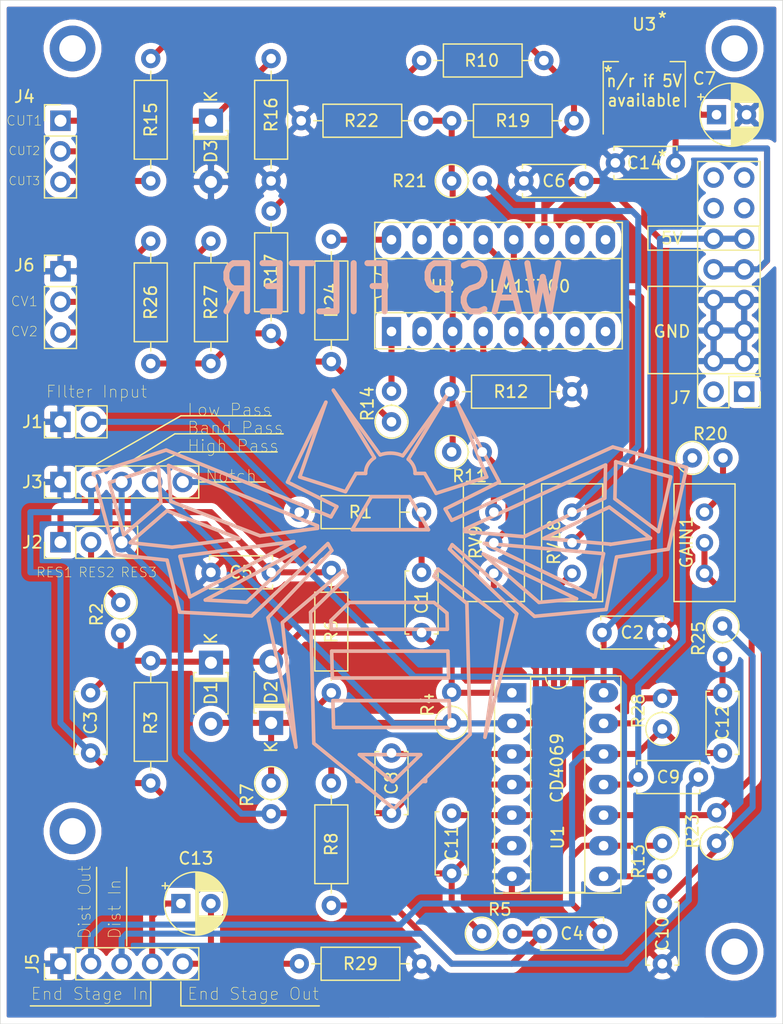
<source format=kicad_pcb>
(kicad_pcb (version 20171130) (host pcbnew 5.1.5)
  (layers (0 F.Cu signal) (31 B.Cu signal) (34 B.Paste user hide) (35 F.Paste user hide) (36 B.SilkS user) (37 F.SilkS user) (38 B.Mask user hide) (39 F.Mask user hide) (44 Edge.Cuts user))
  (net 0 "")
  (net 1 "Net-(C1-Pad1)")
  (net 2 "Net-(C1-Pad2)")
  (net 3 GND)
  (net 4 +5V)
  (net 5 /LP)
  (net 6 "Net-(C4-Pad1)")
  (net 7 "Net-(C4-Pad2)")
  (net 8 /RES_1)
  (net 9 "Net-(C8-Pad2)")
  (net 10 /BP)
  (net 11 "Net-(C9-Pad2)")
  (net 12 /DIST_IN)
  (net 13 "Net-(C10-Pad2)")
  (net 14 "Net-(C11-Pad2)")
  (net 15 /DIST_OUT)
  (net 16 "Net-(C12-Pad1)")
  (net 17 /END_STG_IN)
  (net 18 /END_STG_OUT)
  (net 19 "Net-(D1-Pad2)")
  (net 20 /CUT_1)
  (net 21 /FILTER_IN)
  (net 22 /RES_2)
  (net 23 /HP)
  (net 24 /NF)
  (net 25 /CUT_2)
  (net 26 /CUT_3)
  (net 27 "Net-(R11-Pad2)")
  (net 28 "Net-(R10-Pad1)")
  (net 29 "Net-(R14-Pad1)")
  (net 30 "Net-(R14-Pad2)")
  (net 31 "Net-(R19-Pad1)")
  (net 32 "Net-(R24-Pad2)")
  (net 33 /CV1)
  (net 34 /CV2)
  (net 35 "Net-(U2-Pad2)")
  (net 36 "Net-(U2-Pad15)")
  (net 37 "Net-(J7-Pad1)")
  (net 38 "Net-(J7-Pad2)")
  (net 39 "Net-(J7-Pad13)")
  (net 40 "Net-(J7-Pad14)")
  (net 41 "Net-(J7-Pad15)")
  (net 42 "Net-(J7-Pad16)")
  (net 43 +12V)
  (net 44 "Net-(GAIN1-Pad2)")
  (net 45 "Net-(GAIN1-Pad1)")
  (net 46 "Net-(R21-Pad2)")
  (net 47 "Net-(RV9-Pad2)")
  (net 48 "Net-(RV18-Pad2)")
  (module Resistor_THT:R_Axial_DIN0207_L6.3mm_D2.5mm_P2.54mm_Vertical (layer F.Cu) (at 95 96.96 270)
    (fp_text reference R25 (at 1.04 2 90) (layer F.SilkS))
    (fp_text value 100K)
    (pad 2 thru_hole oval (at 2.54 0 270) (size 1.6 1.6) (drill 0.8) (layers *.Cu *.Mask) (net 16 "Net-(C12-Pad1)"))
    (pad 1 thru_hole circle (at 0 0 270) (size 1.6 1.6) (drill 0.8) (layers *.Cu *.Mask) (net 13 "Net-(C10-Pad2)"))
  )
  (module Resistor_THT:R_Axial_DIN0207_L6.3mm_D2.5mm_P2.54mm_Vertical (layer F.Cu) (at 45 95 270)
    (fp_text reference R2 (at 1 2 90) (layer F.SilkS))
    (fp_text value 33K)
    (pad 2 thru_hole oval (at 2.54 0 270) (size 1.6 1.6) (drill 0.8) (layers *.Cu *.Mask) (net 1 "Net-(C1-Pad1)"))
    (pad 1 thru_hole circle (at 0 0 270) (size 1.6 1.6) (drill 0.8) (layers *.Cu *.Mask) (net 22 /RES_2))
  )
  (module Resistor_THT:R_Axial_DIN0207_L6.3mm_D2.5mm_P2.54mm_Vertical (layer F.Cu) (at 57.5 110 270)
    (fp_text reference R7 (at 1 2 270) (layer F.SilkS))
    (fp_text value 100K)
    (pad 2 thru_hole oval (at 2.54 0 270) (size 1.6 1.6) (drill 0.8) (layers *.Cu *.Mask) (net 10 /BP))
    (pad 1 thru_hole circle (at 0 0 270) (size 1.6 1.6) (drill 0.8) (layers *.Cu *.Mask) (net 19 "Net-(D1-Pad2)"))
  )
  (module Resistor_THT:R_Axial_DIN0207_L6.3mm_D2.5mm_P2.54mm_Vertical (layer F.Cu) (at 90 115 270)
    (fp_text reference R13 (at 1.5 2 90) (layer F.SilkS))
    (fp_text value 100K)
    (pad 2 thru_hole oval (at 2.54 0 270) (size 1.6 1.6) (drill 0.8) (layers *.Cu *.Mask) (net 24 /NF))
    (pad 1 thru_hole circle (at 0 0 270) (size 1.6 1.6) (drill 0.8) (layers *.Cu *.Mask) (net 6 "Net-(C4-Pad1)"))
  )
  (module Resistor_THT:R_Axial_DIN0207_L6.3mm_D2.5mm_P2.54mm_Vertical (layer F.Cu) (at 94.5 115 90)
    (fp_text reference R23 (at 1 -2 90) (layer F.SilkS))
    (fp_text value 51K)
    (pad 2 thru_hole oval (at 2.54 0 90) (size 1.6 1.6) (drill 0.8) (layers *.Cu *.Mask) (net 44 "Net-(GAIN1-Pad2)"))
    (pad 1 thru_hole circle (at 0 0 90) (size 1.6 1.6) (drill 0.8) (layers *.Cu *.Mask) (net 13 "Net-(C10-Pad2)"))
  )
  (module Resistor_THT:R_Axial_DIN0207_L6.3mm_D2.5mm_P2.54mm_Vertical (layer F.Cu) (at 92.5 83)
    (fp_text reference R20 (at 1.5 -2 180) (layer F.SilkS))
    (fp_text value 10K)
    (pad 2 thru_hole oval (at 2.54 0) (size 1.6 1.6) (drill 0.8) (layers *.Cu *.Mask) (net 45 "Net-(GAIN1-Pad1)"))
    (pad 1 thru_hole circle (at 0 0) (size 1.6 1.6) (drill 0.8) (layers *.Cu *.Mask) (net 11 "Net-(C9-Pad2)"))
  )
  (module Resistor_THT:R_Axial_DIN0207_L6.3mm_D2.5mm_P2.54mm_Vertical (layer F.Cu) (at 90 105.5 90)
    (fp_text reference R28 (at 1.5 -2 90) (layer F.SilkS))
    (fp_text value 33K)
    (pad 2 thru_hole oval (at 2.54 0 90) (size 1.6 1.6) (drill 0.8) (layers *.Cu *.Mask) (net 16 "Net-(C12-Pad1)"))
    (pad 1 thru_hole circle (at 0 0 90) (size 1.6 1.6) (drill 0.8) (layers *.Cu *.Mask) (net 15 /DIST_OUT))
  )
  (module Resistor_THT:R_Axial_DIN0207_L6.3mm_D2.5mm_P2.54mm_Vertical (layer F.Cu) (at 75 122.5)
    (fp_text reference R5 (at 1.5 -2) (layer F.SilkS))
    (fp_text value 100K)
    (pad 2 thru_hole oval (at 2.54 0) (size 1.6 1.6) (drill 0.8) (layers *.Cu *.Mask) (net 7 "Net-(C4-Pad2)"))
    (pad 1 thru_hole circle (at 0 0) (size 1.6 1.6) (drill 0.8) (layers *.Cu *.Mask) (net 5 /LP))
  )
  (module Package_DIP:DIP-14_W7.62mm_Socket_LongPads (layer F.Cu) (at 77.5 102.5)
    (fp_text reference U1 (at 3.81 12 270) (layer F.SilkS))
    (fp_text value 4069)
    (pad 14 thru_hole oval (at 7.62 0) (size 2.4 1.6) (drill 0.8) (layers *.Cu *.Mask) (net 4 +5V))
    (pad 7 thru_hole oval (at 0 15.24) (size 2.4 1.6) (drill 0.8) (layers *.Cu *.Mask) (net 3 GND))
    (pad 13 thru_hole oval (at 7.62 2.54) (size 2.4 1.6) (drill 0.8) (layers *.Cu *.Mask) (net 16 "Net-(C12-Pad1)"))
    (pad 6 thru_hole oval (at 0 12.7) (size 2.4 1.6) (drill 0.8) (layers *.Cu *.Mask) (net 5 /LP))
    (pad 12 thru_hole oval (at 7.62 5.08) (size 2.4 1.6) (drill 0.8) (layers *.Cu *.Mask) (net 15 /DIST_OUT))
    (pad 5 thru_hole oval (at 0 10.16) (size 2.4 1.6) (drill 0.8) (layers *.Cu *.Mask) (net 14 "Net-(C11-Pad2)"))
    (pad 11 thru_hole oval (at 7.62 7.62) (size 2.4 1.6) (drill 0.8) (layers *.Cu *.Mask) (net 11 "Net-(C9-Pad2)"))
    (pad 4 thru_hole oval (at 0 7.62) (size 2.4 1.6) (drill 0.8) (layers *.Cu *.Mask) (net 10 /BP))
    (pad 10 thru_hole oval (at 7.62 10.16) (size 2.4 1.6) (drill 0.8) (layers *.Cu *.Mask) (net 44 "Net-(GAIN1-Pad2)"))
    (pad 3 thru_hole oval (at 0 5.08) (size 2.4 1.6) (drill 0.8) (layers *.Cu *.Mask) (net 9 "Net-(C8-Pad2)"))
    (pad 9 thru_hole oval (at 7.62 12.7) (size 2.4 1.6) (drill 0.8) (layers *.Cu *.Mask) (net 6 "Net-(C4-Pad1)"))
    (pad 2 thru_hole oval (at 0 2.54) (size 2.4 1.6) (drill 0.8) (layers *.Cu *.Mask) (net 23 /HP))
    (pad 8 thru_hole oval (at 7.62 15.24) (size 2.4 1.6) (drill 0.8) (layers *.Cu *.Mask) (net 24 /NF))
    (pad 1 thru_hole rect (at 0 0) (size 2.4 1.6) (drill 0.8) (layers *.Cu *.Mask) (net 1 "Net-(C1-Pad1)"))
  )
  (module Resistor_THT:R_Axial_DIN0207_L6.3mm_D2.5mm_P2.54mm_Vertical (layer F.Cu) (at 72.5 105 90)
    (fp_text reference R4 (at 1.5 -2 270) (layer F.SilkS))
    (fp_text value 33K)
    (pad 2 thru_hole oval (at 2.54 0 90) (size 1.6 1.6) (drill 0.8) (layers *.Cu *.Mask) (net 1 "Net-(C1-Pad1)"))
    (pad 1 thru_hole circle (at 0 0 90) (size 1.6 1.6) (drill 0.8) (layers *.Cu *.Mask) (net 23 /HP))
  )
  (module Resistor_THT:R_Axial_DIN0207_L6.3mm_D2.5mm_P2.54mm_Vertical (layer F.Cu) (at 72.5 82.5)
    (fp_text reference R11 (at 1.5 2) (layer F.SilkS))
    (fp_text value 1K)
    (pad 2 thru_hole oval (at 2.54 0) (size 1.6 1.6) (drill 0.8) (layers *.Cu *.Mask) (net 27 "Net-(R11-Pad2)"))
    (pad 1 thru_hole circle (at 0 0) (size 1.6 1.6) (drill 0.8) (layers *.Cu *.Mask) (net 28 "Net-(R10-Pad1)"))
  )
  (module Resistor_THT:R_Axial_DIN0207_L6.3mm_D2.5mm_P2.54mm_Vertical (layer F.Cu) (at 67.5 80 90)
    (fp_text reference R14 (at 1.5 -2 270) (layer F.SilkS))
    (fp_text value 4K7)
    (pad 2 thru_hole oval (at 2.54 0 90) (size 1.6 1.6) (drill 0.8) (layers *.Cu *.Mask) (net 30 "Net-(R14-Pad2)"))
    (pad 1 thru_hole circle (at 0 0 90) (size 1.6 1.6) (drill 0.8) (layers *.Cu *.Mask) (net 29 "Net-(R14-Pad1)"))
  )
  (module Resistor_THT:R_Axial_DIN0207_L6.3mm_D2.5mm_P2.54mm_Vertical (layer F.Cu) (at 72.5 60)
    (fp_text reference R21 (at -3.5 0) (layer F.SilkS))
    (fp_text value 1K)
    (pad 2 thru_hole oval (at 2.54 0) (size 1.6 1.6) (drill 0.8) (layers *.Cu *.Mask) (net 46 "Net-(R21-Pad2)"))
    (pad 1 thru_hole circle (at 0 0) (size 1.6 1.6) (drill 0.8) (layers *.Cu *.Mask) (net 31 "Net-(R19-Pad1)"))
  )
  (module Capacitor_THT:CP_Radial_D5.0mm_P2.50mm (layer F.Cu) (at 50 120)
    (fp_text reference C13 (at 1.25 -3.75) (layer F.SilkS))
    (fp_text value 10uF)
    (pad 1 thru_hole rect (at 0 0) (size 1.6 1.6) (drill 0.8) (layers *.Cu *.Mask) (net 17 /END_STG_IN))
    (pad 2 thru_hole circle (at 2.5 0) (size 1.6 1.6) (drill 0.8) (layers *.Cu *.Mask) (net 18 /END_STG_OUT))
  )
  (module Diode_THT:D_T-1_P5.08mm_Horizontal (layer F.Cu) (at 52.5 100 270)
    (fp_text reference D1 (at 2.54 0 90) (layer F.SilkS))
    (fp_text value DIODE)
    (fp_text user K (at -2 0 90) (layer F.SilkS))
    (pad 1 thru_hole rect (at 0 0 270) (size 2 2) (drill 1) (layers *.Cu *.Mask) (net 1 "Net-(C1-Pad1)"))
    (pad 2 thru_hole oval (at 5.08 0 270) (size 2 2) (drill 1) (layers *.Cu *.Mask) (net 19 "Net-(D1-Pad2)"))
  )
  (module Diode_THT:D_T-1_P5.08mm_Horizontal (layer F.Cu) (at 57.5 105 90)
    (fp_text reference D2 (at 2.54 0 90) (layer F.SilkS))
    (fp_text value DIODE)
    (fp_text user K (at -2 0 90) (layer F.SilkS))
    (pad 2 thru_hole oval (at 5.08 0 90) (size 2 2) (drill 1) (layers *.Cu *.Mask) (net 1 "Net-(C1-Pad1)"))
    (pad 1 thru_hole rect (at 0 0 90) (size 2 2) (drill 1) (layers *.Cu *.Mask) (net 19 "Net-(D1-Pad2)"))
  )
  (module Diode_THT:D_T-1_P5.08mm_Horizontal (layer F.Cu) (at 52.5 55 270)
    (fp_text reference D3 (at 2.54 0 90) (layer F.SilkS))
    (fp_text value DIODE)
    (fp_text user K (at -2 0 90) (layer F.SilkS))
    (pad 1 thru_hole rect (at 0 0 270) (size 2 2) (drill 1) (layers *.Cu *.Mask) (net 20 /CUT_1))
    (pad 2 thru_hole oval (at 5.08 0 270) (size 2 2) (drill 1) (layers *.Cu *.Mask) (net 3 GND))
  )
  (module Connector_PinHeader_2.54mm:PinHeader_1x03_P2.54mm_Vertical (layer F.Cu) (at 40 90 90)
    (fp_text reference J2 (at 0 -2.33 180) (layer F.SilkS))
    (fp_text value RES_POT)
    (pad 3 thru_hole oval (at 0 5.08 90) (size 1.7 1.7) (drill 1) (layers *.Cu *.Mask) (net 10 /BP))
    (pad 2 thru_hole oval (at 0 2.54 90) (size 1.7 1.7) (drill 1) (layers *.Cu *.Mask) (net 22 /RES_2))
    (pad 1 thru_hole rect (at 0 0 90) (size 1.7 1.7) (drill 1) (layers *.Cu *.Mask) (net 8 /RES_1))
  )
  (module Connector_PinHeader_2.54mm:PinHeader_1x05_P2.54mm_Vertical (layer F.Cu) (at 40 85 90)
    (fp_text reference J3 (at 0 -2.33 180) (layer F.SilkS))
    (fp_text value FLT_MODE_SWT)
    (pad 1 thru_hole rect (at 0 0 90) (size 1.7 1.7) (drill 1) (layers *.Cu *.Mask) (net 3 GND))
    (pad 2 thru_hole oval (at 0 2.54 90) (size 1.7 1.7) (drill 1) (layers *.Cu *.Mask) (net 5 /LP))
    (pad 3 thru_hole oval (at 0 5.08 90) (size 1.7 1.7) (drill 1) (layers *.Cu *.Mask) (net 10 /BP))
    (pad 4 thru_hole oval (at 0 7.62 90) (size 1.7 1.7) (drill 1) (layers *.Cu *.Mask) (net 23 /HP))
    (pad 5 thru_hole oval (at 0 10.16 90) (size 1.7 1.7) (drill 1) (layers *.Cu *.Mask) (net 24 /NF))
  )
  (module Connector_PinHeader_2.54mm:PinHeader_1x03_P2.54mm_Vertical (layer F.Cu) (at 40 55)
    (fp_text reference J4 (at -3 -2) (layer F.SilkS))
    (fp_text value CUT_POT)
    (pad 1 thru_hole rect (at 0 0) (size 1.7 1.7) (drill 1) (layers *.Cu *.Mask) (net 20 /CUT_1))
    (pad 2 thru_hole oval (at 0 2.54) (size 1.7 1.7) (drill 1) (layers *.Cu *.Mask) (net 25 /CUT_2))
    (pad 3 thru_hole oval (at 0 5.08) (size 1.7 1.7) (drill 1) (layers *.Cu *.Mask) (net 26 /CUT_3))
  )
  (module Resistor_THT:R_Axial_DIN0207_L6.3mm_D2.5mm_P10.16mm_Horizontal (layer F.Cu) (at 70 87.5 180)
    (fp_text reference R1 (at 5.08 0) (layer F.SilkS))
    (fp_text value 33K)
    (pad 1 thru_hole circle (at 0 0 180) (size 1.6 1.6) (drill 0.8) (layers *.Cu *.Mask) (net 2 "Net-(C1-Pad2)"))
    (pad 2 thru_hole oval (at 10.16 0 180) (size 1.6 1.6) (drill 0.8) (layers *.Cu *.Mask) (net 21 /FILTER_IN))
  )
  (module Resistor_THT:R_Axial_DIN0207_L6.3mm_D2.5mm_P10.16mm_Horizontal (layer F.Cu) (at 47.5 110 90)
    (fp_text reference R3 (at 5 0 90) (layer F.SilkS))
    (fp_text value 33K)
    (pad 2 thru_hole oval (at 10.16 0 90) (size 1.6 1.6) (drill 0.8) (layers *.Cu *.Mask) (net 1 "Net-(C1-Pad1)"))
    (pad 1 thru_hole circle (at 0 0 90) (size 1.6 1.6) (drill 0.8) (layers *.Cu *.Mask) (net 5 /LP))
  )
  (module Resistor_THT:R_Axial_DIN0207_L6.3mm_D2.5mm_P10.16mm_Horizontal (layer F.Cu) (at 62.5 102.5 90)
    (fp_text reference R6 (at 5.08 0 90) (layer F.SilkS))
    (fp_text value 100K)
    (pad 2 thru_hole oval (at 10.16 0 90) (size 1.6 1.6) (drill 0.8) (layers *.Cu *.Mask) (net 8 /RES_1))
    (pad 1 thru_hole circle (at 0 0 90) (size 1.6 1.6) (drill 0.8) (layers *.Cu *.Mask) (net 19 "Net-(D1-Pad2)"))
  )
  (module Resistor_THT:R_Axial_DIN0207_L6.3mm_D2.5mm_P10.16mm_Horizontal (layer F.Cu) (at 62.5 110 270)
    (fp_text reference R8 (at 5.08 0 90) (layer F.SilkS))
    (fp_text value 100K)
    (pad 2 thru_hole oval (at 10.16 0 270) (size 1.6 1.6) (drill 0.8) (layers *.Cu *.Mask) (net 7 "Net-(C4-Pad2)"))
    (pad 1 thru_hole circle (at 0 0 270) (size 1.6 1.6) (drill 0.8) (layers *.Cu *.Mask) (net 23 /HP))
  )
  (module Resistor_THT:R_Axial_DIN0207_L6.3mm_D2.5mm_P10.16mm_Horizontal (layer F.Cu) (at 70 50)
    (fp_text reference R10 (at 5 0) (layer F.SilkS))
    (fp_text value 33K)
    (pad 1 thru_hole circle (at 0 0) (size 1.6 1.6) (drill 0.8) (layers *.Cu *.Mask) (net 28 "Net-(R10-Pad1)"))
    (pad 2 thru_hole oval (at 10.16 0) (size 1.6 1.6) (drill 0.8) (layers *.Cu *.Mask) (net 4 +5V))
  )
  (module Resistor_THT:R_Axial_DIN0207_L6.3mm_D2.5mm_P10.16mm_Horizontal (layer F.Cu) (at 82.5 77.5 180)
    (fp_text reference R12 (at 5.08 0) (layer F.SilkS))
    (fp_text value 33K)
    (pad 2 thru_hole oval (at 10.16 0 180) (size 1.6 1.6) (drill 0.8) (layers *.Cu *.Mask) (net 28 "Net-(R10-Pad1)"))
    (pad 1 thru_hole circle (at 0 0 180) (size 1.6 1.6) (drill 0.8) (layers *.Cu *.Mask) (net 3 GND))
  )
  (module Resistor_THT:R_Axial_DIN0207_L6.3mm_D2.5mm_P10.16mm_Horizontal (layer F.Cu) (at 47.5 60 90)
    (fp_text reference R15 (at 5.08 0 90) (layer F.SilkS))
    (fp_text value 1K)
    (pad 1 thru_hole circle (at 0 0 90) (size 1.6 1.6) (drill 0.8) (layers *.Cu *.Mask) (net 26 /CUT_3))
    (pad 2 thru_hole oval (at 10.16 0 90) (size 1.6 1.6) (drill 0.8) (layers *.Cu *.Mask) (net 4 +5V))
  )
  (module Resistor_THT:R_Axial_DIN0207_L6.3mm_D2.5mm_P10.16mm_Horizontal (layer F.Cu) (at 57.5 60 90)
    (fp_text reference R16 (at 5.5 0 90) (layer F.SilkS))
    (fp_text value 1K)
    (pad 1 thru_hole circle (at 0 0 90) (size 1.6 1.6) (drill 0.8) (layers *.Cu *.Mask) (net 3 GND))
    (pad 2 thru_hole oval (at 10.16 0 90) (size 1.6 1.6) (drill 0.8) (layers *.Cu *.Mask) (net 20 /CUT_1))
  )
  (module Resistor_THT:R_Axial_DIN0207_L6.3mm_D2.5mm_P10.16mm_Horizontal (layer F.Cu) (at 57.5 62.5 270)
    (fp_text reference R17 (at 5 0 90) (layer F.SilkS))
    (fp_text value 1K)
    (pad 2 thru_hole oval (at 10.16 0 270) (size 1.6 1.6) (drill 0.8) (layers *.Cu *.Mask) (net 29 "Net-(R14-Pad1)"))
    (pad 1 thru_hole circle (at 0 0 270) (size 1.6 1.6) (drill 0.8) (layers *.Cu *.Mask) (net 25 /CUT_2))
  )
  (module Resistor_THT:R_Axial_DIN0207_L6.3mm_D2.5mm_P10.16mm_Horizontal (layer F.Cu) (at 72.5 55)
    (fp_text reference R19 (at 5.08 0) (layer F.SilkS))
    (fp_text value 33K)
    (pad 2 thru_hole oval (at 10.16 0) (size 1.6 1.6) (drill 0.8) (layers *.Cu *.Mask) (net 4 +5V))
    (pad 1 thru_hole circle (at 0 0) (size 1.6 1.6) (drill 0.8) (layers *.Cu *.Mask) (net 31 "Net-(R19-Pad1)"))
  )
  (module Resistor_THT:R_Axial_DIN0207_L6.3mm_D2.5mm_P10.16mm_Horizontal (layer F.Cu) (at 60 55)
    (fp_text reference R22 (at 5 0) (layer F.SilkS))
    (fp_text value 33K)
    (pad 2 thru_hole oval (at 10.16 0) (size 1.6 1.6) (drill 0.8) (layers *.Cu *.Mask) (net 31 "Net-(R19-Pad1)"))
    (pad 1 thru_hole circle (at 0 0) (size 1.6 1.6) (drill 0.8) (layers *.Cu *.Mask) (net 3 GND))
  )
  (module Resistor_THT:R_Axial_DIN0207_L6.3mm_D2.5mm_P10.16mm_Horizontal (layer F.Cu) (at 62.5 75 90)
    (fp_text reference R24 (at 5.08 0 90) (layer F.SilkS))
    (fp_text value 4K7)
    (pad 1 thru_hole circle (at 0 0 90) (size 1.6 1.6) (drill 0.8) (layers *.Cu *.Mask) (net 29 "Net-(R14-Pad1)"))
    (pad 2 thru_hole oval (at 10.16 0 90) (size 1.6 1.6) (drill 0.8) (layers *.Cu *.Mask) (net 32 "Net-(R24-Pad2)"))
  )
  (module Resistor_THT:R_Axial_DIN0207_L6.3mm_D2.5mm_P10.16mm_Horizontal (layer F.Cu) (at 47.5 65 270)
    (fp_text reference R26 (at 5.08 0 90) (layer F.SilkS))
    (fp_text value 10K)
    (pad 2 thru_hole oval (at 10.16 0 270) (size 1.6 1.6) (drill 0.8) (layers *.Cu *.Mask) (net 29 "Net-(R14-Pad1)"))
    (pad 1 thru_hole circle (at 0 0 270) (size 1.6 1.6) (drill 0.8) (layers *.Cu *.Mask) (net 33 /CV1))
  )
  (module Resistor_THT:R_Axial_DIN0207_L6.3mm_D2.5mm_P10.16mm_Horizontal (layer F.Cu) (at 52.5 65 270)
    (fp_text reference R27 (at 5.08 0 90) (layer F.SilkS))
    (fp_text value 10K)
    (pad 1 thru_hole circle (at 0 0 270) (size 1.6 1.6) (drill 0.8) (layers *.Cu *.Mask) (net 34 /CV2))
    (pad 2 thru_hole oval (at 10.16 0 270) (size 1.6 1.6) (drill 0.8) (layers *.Cu *.Mask) (net 29 "Net-(R14-Pad1)"))
  )
  (module Resistor_THT:R_Axial_DIN0207_L6.3mm_D2.5mm_P10.16mm_Horizontal (layer F.Cu) (at 70 125 180)
    (fp_text reference R29 (at 5.08 0) (layer F.SilkS))
    (fp_text value 33K)
    (pad 2 thru_hole oval (at 10.16 0 180) (size 1.6 1.6) (drill 0.8) (layers *.Cu *.Mask) (net 18 /END_STG_OUT))
    (pad 1 thru_hole circle (at 0 0 180) (size 1.6 1.6) (drill 0.8) (layers *.Cu *.Mask) (net 3 GND))
  )
  (module Package_DIP:DIP-16_W7.62mm_Socket_LongPads (layer F.Cu) (at 67.5 72.5 90)
    (fp_text reference U2 (at 3.75 4.25 180) (layer F.SilkS))
    (fp_text value LM13700)
    (pad 1 thru_hole rect (at 0 0 90) (size 2.4 1.6) (drill 0.8) (layers *.Cu *.Mask) (net 30 "Net-(R14-Pad2)"))
    (pad 9 thru_hole oval (at 7.62 17.78 90) (size 2.4 1.6) (drill 0.8) (layers *.Cu *.Mask))
    (pad 2 thru_hole oval (at 0 2.54 90) (size 2.4 1.6) (drill 0.8) (layers *.Cu *.Mask) (net 35 "Net-(U2-Pad2)"))
    (pad 10 thru_hole oval (at 7.62 15.24 90) (size 2.4 1.6) (drill 0.8) (layers *.Cu *.Mask))
    (pad 3 thru_hole oval (at 0 5.08 90) (size 2.4 1.6) (drill 0.8) (layers *.Cu *.Mask) (net 28 "Net-(R10-Pad1)"))
    (pad 11 thru_hole oval (at 7.62 12.7 90) (size 2.4 1.6) (drill 0.8) (layers *.Cu *.Mask) (net 4 +5V))
    (pad 4 thru_hole oval (at 0 7.62 90) (size 2.4 1.6) (drill 0.8) (layers *.Cu *.Mask) (net 47 "Net-(RV9-Pad2)"))
    (pad 12 thru_hole oval (at 7.62 10.16 90) (size 2.4 1.6) (drill 0.8) (layers *.Cu *.Mask) (net 14 "Net-(C11-Pad2)"))
    (pad 5 thru_hole oval (at 0 10.16 90) (size 2.4 1.6) (drill 0.8) (layers *.Cu *.Mask) (net 9 "Net-(C8-Pad2)"))
    (pad 13 thru_hole oval (at 7.62 7.62 90) (size 2.4 1.6) (drill 0.8) (layers *.Cu *.Mask) (net 48 "Net-(RV18-Pad2)"))
    (pad 6 thru_hole oval (at 0 12.7 90) (size 2.4 1.6) (drill 0.8) (layers *.Cu *.Mask) (net 3 GND))
    (pad 14 thru_hole oval (at 7.62 5.08 90) (size 2.4 1.6) (drill 0.8) (layers *.Cu *.Mask) (net 31 "Net-(R19-Pad1)"))
    (pad 7 thru_hole oval (at 0 15.24 90) (size 2.4 1.6) (drill 0.8) (layers *.Cu *.Mask))
    (pad 15 thru_hole oval (at 7.62 2.54 90) (size 2.4 1.6) (drill 0.8) (layers *.Cu *.Mask) (net 36 "Net-(U2-Pad15)"))
    (pad 8 thru_hole oval (at 0 17.78 90) (size 2.4 1.6) (drill 0.8) (layers *.Cu *.Mask))
    (pad 16 thru_hole oval (at 7.62 0 90) (size 2.4 1.6) (drill 0.8) (layers *.Cu *.Mask) (net 32 "Net-(R24-Pad2)"))
  )
  (module Capacitor_THT:C_Disc_D5.0mm_W2.5mm_P5.00mm (layer F.Cu) (at 70 97.5 90)
    (fp_text reference C1 (at 2.5 0 90) (layer F.SilkS))
    (fp_text value 220n)
    (pad 2 thru_hole circle (at 5 0 90) (size 1.6 1.6) (drill 0.8) (layers *.Cu *.Mask) (net 2 "Net-(C1-Pad2)"))
    (pad 1 thru_hole circle (at 0 0 90) (size 1.6 1.6) (drill 0.8) (layers *.Cu *.Mask) (net 1 "Net-(C1-Pad1)"))
  )
  (module Capacitor_THT:C_Disc_D5.0mm_W2.5mm_P5.00mm (layer F.Cu) (at 90 97.5 180)
    (fp_text reference C2 (at 2.5 0) (layer F.SilkS))
    (fp_text value 100n)
    (pad 1 thru_hole circle (at 0 0 180) (size 1.6 1.6) (drill 0.8) (layers *.Cu *.Mask) (net 3 GND))
    (pad 2 thru_hole circle (at 5 0 180) (size 1.6 1.6) (drill 0.8) (layers *.Cu *.Mask) (net 4 +5V))
  )
  (module Capacitor_THT:C_Disc_D5.0mm_W2.5mm_P5.00mm (layer F.Cu) (at 42.5 107.5 90)
    (fp_text reference C3 (at 2.5 0 90) (layer F.SilkS))
    (fp_text value 68p)
    (pad 2 thru_hole circle (at 5 0 90) (size 1.6 1.6) (drill 0.8) (layers *.Cu *.Mask) (net 1 "Net-(C1-Pad1)"))
    (pad 1 thru_hole circle (at 0 0 90) (size 1.6 1.6) (drill 0.8) (layers *.Cu *.Mask) (net 5 /LP))
  )
  (module Capacitor_THT:C_Disc_D5.0mm_W2.5mm_P5.00mm (layer F.Cu) (at 85 122.5 180)
    (fp_text reference C4 (at 2.5 0) (layer F.SilkS))
    (fp_text value 220n)
    (pad 1 thru_hole circle (at 0 0 180) (size 1.6 1.6) (drill 0.8) (layers *.Cu *.Mask) (net 6 "Net-(C4-Pad1)"))
    (pad 2 thru_hole circle (at 5 0 180) (size 1.6 1.6) (drill 0.8) (layers *.Cu *.Mask) (net 7 "Net-(C4-Pad2)"))
  )
  (module Capacitor_THT:C_Disc_D5.0mm_W2.5mm_P5.00mm (layer F.Cu) (at 52.5 92.5)
    (fp_text reference C5 (at 2.5 0) (layer F.SilkS))
    (fp_text value 220n)
    (pad 1 thru_hole circle (at 0 0) (size 1.6 1.6) (drill 0.8) (layers *.Cu *.Mask) (net 3 GND))
    (pad 2 thru_hole circle (at 5 0) (size 1.6 1.6) (drill 0.8) (layers *.Cu *.Mask) (net 8 /RES_1))
  )
  (module Capacitor_THT:C_Disc_D5.0mm_W2.5mm_P5.00mm (layer F.Cu) (at 78.5 60)
    (fp_text reference C6 (at 2.5 0) (layer F.SilkS))
    (fp_text value 100n)
    (pad 2 thru_hole circle (at 5 0) (size 1.6 1.6) (drill 0.8) (layers *.Cu *.Mask) (net 4 +5V))
    (pad 1 thru_hole circle (at 0 0) (size 1.6 1.6) (drill 0.8) (layers *.Cu *.Mask) (net 3 GND))
  )
  (module Capacitor_THT:C_Disc_D5.0mm_W2.5mm_P5.00mm (layer F.Cu) (at 67.5 112.5 90)
    (fp_text reference C8 (at 2.5 0 90) (layer F.SilkS))
    (fp_text value 1n)
    (pad 2 thru_hole circle (at 5 0 90) (size 1.6 1.6) (drill 0.8) (layers *.Cu *.Mask) (net 9 "Net-(C8-Pad2)"))
    (pad 1 thru_hole circle (at 0 0 90) (size 1.6 1.6) (drill 0.8) (layers *.Cu *.Mask) (net 10 /BP))
  )
  (module Capacitor_THT:C_Disc_D5.0mm_W2.5mm_P5.00mm (layer F.Cu) (at 93 109.5 180)
    (fp_text reference C9 (at 2.5 0) (layer F.SilkS))
    (fp_text value 100n)
    (pad 2 thru_hole circle (at 5 0 180) (size 1.6 1.6) (drill 0.8) (layers *.Cu *.Mask) (net 11 "Net-(C9-Pad2)"))
    (pad 1 thru_hole circle (at 0 0 180) (size 1.6 1.6) (drill 0.8) (layers *.Cu *.Mask) (net 12 /DIST_IN))
  )
  (module Capacitor_THT:C_Disc_D5.0mm_W2.5mm_P5.00mm (layer F.Cu) (at 90 125 90)
    (fp_text reference C10 (at 2.5 0 90) (layer F.SilkS))
    (fp_text value 1n)
    (pad 1 thru_hole circle (at 0 0 90) (size 1.6 1.6) (drill 0.8) (layers *.Cu *.Mask) (net 3 GND))
    (pad 2 thru_hole circle (at 5 0 90) (size 1.6 1.6) (drill 0.8) (layers *.Cu *.Mask) (net 13 "Net-(C10-Pad2)"))
  )
  (module Capacitor_THT:C_Disc_D5.0mm_W2.5mm_P5.00mm (layer F.Cu) (at 72.5 117.5 90)
    (fp_text reference C11 (at 2.5 0 90) (layer F.SilkS))
    (fp_text value 1n)
    (pad 1 thru_hole circle (at 0 0 90) (size 1.6 1.6) (drill 0.8) (layers *.Cu *.Mask) (net 5 /LP))
    (pad 2 thru_hole circle (at 5 0 90) (size 1.6 1.6) (drill 0.8) (layers *.Cu *.Mask) (net 14 "Net-(C11-Pad2)"))
  )
  (module Capacitor_THT:C_Disc_D5.0mm_W2.5mm_P5.00mm (layer F.Cu) (at 95 102.5 270)
    (fp_text reference C12 (at 2.5 0 90) (layer F.SilkS))
    (fp_text value 1n)
    (pad 2 thru_hole circle (at 5 0 270) (size 1.6 1.6) (drill 0.8) (layers *.Cu *.Mask) (net 15 /DIST_OUT))
    (pad 1 thru_hole circle (at 0 0 270) (size 1.6 1.6) (drill 0.8) (layers *.Cu *.Mask) (net 16 "Net-(C12-Pad1)"))
  )
  (module Connector_PinHeader_2.54mm:PinHeader_1x03_P2.54mm_Vertical (layer F.Cu) (at 40 67.5)
    (fp_text reference J6 (at -3 -0.5) (layer F.SilkS))
    (fp_text value CV)
    (pad 1 thru_hole rect (at 0 0) (size 1.7 1.7) (drill 1) (layers *.Cu *.Mask) (net 3 GND))
    (pad 2 thru_hole oval (at 0 2.54) (size 1.7 1.7) (drill 1) (layers *.Cu *.Mask) (net 33 /CV1))
    (pad 3 thru_hole oval (at 0 5.08) (size 1.7 1.7) (drill 1) (layers *.Cu *.Mask) (net 34 /CV2))
  )
  (module Capacitor_THT:CP_Radial_D5.0mm_P2.50mm (layer F.Cu) (at 94.5 54.5)
    (fp_text reference C7 (at -1 -3 180) (layer F.SilkS))
    (fp_text value 47uF)
    (pad 1 thru_hole rect (at 0 0) (size 1.6 1.6) (drill 0.8) (layers *.Cu *.Mask) (net 4 +5V))
    (pad 2 thru_hole circle (at 2.5 0) (size 1.6 1.6) (drill 0.8) (layers *.Cu *.Mask) (net 3 GND))
  )
  (module Connector_PinHeader_2.54mm:PinHeader_2x08_P2.54mm_Vertical (layer F.Cu) (at 96.8 77.5 180)
    (fp_text reference J7 (at 5.3 -0.5) (layer F.SilkS))
    (fp_text value Eurorack_16_pin)
    (pad 1 thru_hole rect (at 0 0 180) (size 1.7 1.7) (drill 1) (layers *.Cu *.Mask) (net 37 "Net-(J7-Pad1)"))
    (pad 2 thru_hole oval (at 2.54 0 180) (size 1.7 1.7) (drill 1) (layers *.Cu *.Mask) (net 38 "Net-(J7-Pad2)"))
    (pad 3 thru_hole oval (at 0 2.54 180) (size 1.7 1.7) (drill 1) (layers *.Cu *.Mask) (net 3 GND))
    (pad 4 thru_hole oval (at 2.54 2.54 180) (size 1.7 1.7) (drill 1) (layers *.Cu *.Mask) (net 3 GND))
    (pad 5 thru_hole oval (at 0 5.08 180) (size 1.7 1.7) (drill 1) (layers *.Cu *.Mask) (net 3 GND))
    (pad 6 thru_hole oval (at 2.54 5.08 180) (size 1.7 1.7) (drill 1) (layers *.Cu *.Mask) (net 3 GND))
    (pad 7 thru_hole oval (at 0 7.62 180) (size 1.7 1.7) (drill 1) (layers *.Cu *.Mask) (net 3 GND))
    (pad 8 thru_hole oval (at 2.54 7.62 180) (size 1.7 1.7) (drill 1) (layers *.Cu *.Mask) (net 3 GND))
    (pad 9 thru_hole oval (at 0 10.16 180) (size 1.7 1.7) (drill 1) (layers *.Cu *.Mask) (net 43 +12V))
    (pad 10 thru_hole oval (at 2.54 10.16 180) (size 1.7 1.7) (drill 1) (layers *.Cu *.Mask) (net 43 +12V))
    (pad 11 thru_hole oval (at 0 12.7 180) (size 1.7 1.7) (drill 1) (layers *.Cu *.Mask) (net 4 +5V))
    (pad 12 thru_hole oval (at 2.54 12.7 180) (size 1.7 1.7) (drill 1) (layers *.Cu *.Mask) (net 4 +5V))
    (pad 13 thru_hole oval (at 0 15.24 180) (size 1.7 1.7) (drill 1) (layers *.Cu *.Mask) (net 39 "Net-(J7-Pad13)"))
    (pad 14 thru_hole oval (at 2.54 15.24 180) (size 1.7 1.7) (drill 1) (layers *.Cu *.Mask) (net 40 "Net-(J7-Pad14)"))
    (pad 15 thru_hole oval (at 0 17.78 180) (size 1.7 1.7) (drill 1) (layers *.Cu *.Mask) (net 41 "Net-(J7-Pad15)"))
    (pad 16 thru_hole oval (at 2.54 17.78 180) (size 1.7 1.7) (drill 1) (layers *.Cu *.Mask) (net 42 "Net-(J7-Pad16)"))
  )
  (module MountingHole:MountingHole_2.2mm_M2_DIN965_Pad (layer F.Cu) (at 41 114)
    (fp_text reference H1 (at 0 0) (layer F.SilkS))
    (fp_text value MountingHole)
    (pad 1 thru_hole circle (at 0 0) (size 3.8 3.8) (drill 2.2) (layers *.Cu *.Mask))
  )
  (module MountingHole:MountingHole_2.2mm_M2_DIN965_Pad (layer F.Cu) (at 41 49)
    (fp_text reference H2 (at 0 0) (layer F.SilkS))
    (fp_text value MountingHole)
    (pad 1 thru_hole circle (at 0 0) (size 3.8 3.8) (drill 2.2) (layers *.Cu *.Mask))
  )
  (module Connector_PinHeader_2.54mm:PinHeader_1x02_P2.54mm_Vertical (layer F.Cu) (at 40 80 90)
    (fp_text reference J1 (at 0 -2.33 180) (layer F.SilkS))
    (fp_text value INPUT_SWT)
    (pad 1 thru_hole rect (at 0 0 90) (size 1.7 1.7) (drill 1) (layers *.Cu *.Mask) (net 3 GND))
    (pad 2 thru_hole oval (at 0 2.54 90) (size 1.7 1.7) (drill 1) (layers *.Cu *.Mask) (net 21 /FILTER_IN))
  )
  (module MountingHole:MountingHole_2.2mm_M2_DIN965_Pad (layer F.Cu) (at 96 49)
    (fp_text reference H3 (at 0 0) (layer F.SilkS))
    (fp_text value MountingHole)
    (pad 1 thru_hole circle (at 0 0) (size 3.8 3.8) (drill 2.2) (layers *.Cu *.Mask))
  )
  (module MountingHole:MountingHole_2.2mm_M2_DIN965_Pad (layer F.Cu) (at 96 124)
    (fp_text reference H4 (at 0 0) (layer F.SilkS))
    (fp_text value MountingHole)
    (pad 1 thru_hole circle (at 0 0) (size 3.8 3.8) (drill 2.2) (layers *.Cu *.Mask))
  )
  (module Capacitor_THT:C_Disc_D5.0mm_W2.5mm_P5.00mm (layer F.Cu) (at 86.1 58.5)
    (fp_text reference C14 (at 2.4 0) (layer F.SilkS))
    (fp_text value 100n)
    (pad 1 thru_hole circle (at 0 0) (size 1.6 1.6) (drill 0.8) (layers *.Cu *.Mask) (net 3 GND))
    (pad 2 thru_hole circle (at 5 0) (size 1.6 1.6) (drill 0.8) (layers *.Cu *.Mask) (net 43 +12V))
  )
  (module Package_TO_SOT_SMD:SOT-223-3_TabPin2 (layer F.Cu) (at 88.5 52 90)
    (fp_text reference U3 (at 5 0 180) (layer F.SilkS))
    (fp_text value AMS1117-5.0)
    (pad 2 smd rect (at 3.15 0 90) (size 2 3.8) (layers F.Cu F.Paste F.Mask) (net 4 +5V))
    (pad 2 smd rect (at -3.15 0 90) (size 2 1.5) (layers F.Cu F.Paste F.Mask) (net 4 +5V))
    (pad 3 smd rect (at -3.15 2.3 90) (size 2 1.5) (layers F.Cu F.Paste F.Mask) (net 43 +12V))
    (pad 1 smd rect (at -3.15 -2.3 90) (size 2 1.5) (layers F.Cu F.Paste F.Mask) (net 3 GND))
  )
  (module Connector_PinHeader_2.54mm:PinHeader_1x05_P2.54mm_Vertical (layer F.Cu) (at 40 125 90)
    (fp_text reference J5 (at 0 -2.33 90) (layer F.SilkS))
    (fp_text value OUT_SWT)
    (pad 1 thru_hole rect (at 0 0 90) (size 1.7 1.7) (drill 1) (layers *.Cu *.Mask) (net 3 GND))
    (pad 2 thru_hole oval (at 0 2.54 90) (size 1.7 1.7) (drill 1) (layers *.Cu *.Mask) (net 15 /DIST_OUT))
    (pad 3 thru_hole oval (at 0 5.08 90) (size 1.7 1.7) (drill 1) (layers *.Cu *.Mask) (net 12 /DIST_IN))
    (pad 4 thru_hole oval (at 0 7.62 90) (size 1.7 1.7) (drill 1) (layers *.Cu *.Mask) (net 17 /END_STG_IN))
    (pad 5 thru_hole oval (at 0 10.16 90) (size 1.7 1.7) (drill 1) (layers *.Cu *.Mask) (net 18 /END_STG_OUT))
  )
  (module Potentiometer_THT:Potentiometer_Bourns_3296W_Vertical (layer F.Cu) (at 93.5 87.5 90)
    (fp_text reference GAIN1 (at -2.5 -1.5 90) (layer F.SilkS))
    (fp_text value 1M)
    (pad 3 thru_hole circle (at -5.08 0 90) (size 1.44 1.44) (drill 0.8) (layers *.Cu *.Mask) (net 44 "Net-(GAIN1-Pad2)"))
    (pad 2 thru_hole circle (at -2.54 0 90) (size 1.44 1.44) (drill 0.8) (layers *.Cu *.Mask) (net 44 "Net-(GAIN1-Pad2)"))
    (pad 1 thru_hole circle (at 0 0 90) (size 1.44 1.44) (drill 0.8) (layers *.Cu *.Mask) (net 45 "Net-(GAIN1-Pad1)"))
  )
  (module Potentiometer_THT:Potentiometer_Bourns_3296W_Vertical (layer F.Cu) (at 76 87.5 90)
    (fp_text reference RV9 (at -2.5 -1.5 90) (layer F.SilkS))
    (fp_text value 100K)
    (pad 1 thru_hole circle (at 0 0 90) (size 1.44 1.44) (drill 0.8) (layers *.Cu *.Mask) (net 27 "Net-(R11-Pad2)"))
    (pad 2 thru_hole circle (at -2.54 0 90) (size 1.44 1.44) (drill 0.8) (layers *.Cu *.Mask) (net 47 "Net-(RV9-Pad2)"))
    (pad 3 thru_hole circle (at -5.08 0 90) (size 1.44 1.44) (drill 0.8) (layers *.Cu *.Mask) (net 23 /HP))
  )
  (module Potentiometer_THT:Potentiometer_Bourns_3296W_Vertical (layer F.Cu) (at 82.5 87.5 90)
    (fp_text reference RV18 (at -2.5 -1.5 90) (layer F.SilkS))
    (fp_text value 100K)
    (pad 1 thru_hole circle (at 0 0 90) (size 1.44 1.44) (drill 0.8) (layers *.Cu *.Mask) (net 46 "Net-(R21-Pad2)"))
    (pad 2 thru_hole circle (at -2.54 0 90) (size 1.44 1.44) (drill 0.8) (layers *.Cu *.Mask) (net 48 "Net-(RV18-Pad2)"))
    (pad 3 thru_hole circle (at -5.08 0 90) (size 1.44 1.44) (drill 0.8) (layers *.Cu *.Mask) (net 10 /BP))
  )
  (gr_text * (at 90 58) (layer F.SilkS) (effects (font (size 1 1))))
  (gr_text * (at 85.5 51) (layer F.SilkS) (effects (font (size 1 1))))
  (gr_text * (at 90 46.5) (layer F.SilkS) (effects (font (size 1 1))))
  (gr_line (start 45.5 123.5) (end 45.5 117) (layer F.SilkS) (width 0.12))
  (gr_line (start 43 123.5) (end 43 117) (layer F.SilkS) (width 0.12))
  (gr_text "n/r if 5V\navailable" (at 88.5 52.5) (layer F.SilkS) (effects (font (size 1 0.9))))
  (gr_text "WASP FILTER" (at 67.5 69) (layer B.SilkS) (effects (font (size 4 3) (thickness 0.5)) (justify mirror)))
  (gr_line (start 62.583847 101.269978) (end 62.528707 99.040603) (layer B.SilkS) (width 0.3))
  (gr_line (start 42.717446 84.30969) (end 44.537986 91.019405) (layer B.SilkS) (width 0.3))
  (gr_line (start 72.341661 105.273963) (end 72.233076 105.380114) (layer B.SilkS) (width 0.3))
  (gr_line (start 48.855025 91.487504) (end 49.908308 95.804544) (layer B.SilkS) (width 0.3))
  (gr_line (start 62.667137 77.374868) (end 66.081102 82.9854) (layer B.SilkS) (width 0.3))
  (gr_line (start 72.907551 78.373298) (end 75.411351 84.587925) (layer B.SilkS) (width 0.3))
  (gr_curve (pts (xy 69.457073 84.236877) (xy 69.457073 83.798939) (xy 69.240221 83.402277) (xy 68.889067 83.10859)) (layer B.SilkS) (width 0.3))
  (gr_line (start 71.958228 87.236611) (end 76.072808 85.188422) (layer B.SilkS) (width 0.3))
  (gr_line (start 49.168926 86.610396) (end 48.975452 83.628654) (layer B.SilkS) (width 0.3))
  (gr_line (start 85.883116 82.089311) (end 72.503057 88.180325) (layer B.SilkS) (width 0.3))
  (gr_curve (pts (xy 65.350219 84.236877) (xy 65.350219 84.253387) (xy 65.352653 84.269368) (xy 65.353288 84.285878)) (layer B.SilkS) (width 0.3))
  (gr_line (start 62.960189 87.044101) (end 62.469547 87.893729) (layer B.SilkS) (width 0.3))
  (gr_curve (pts (xy 66.081102 82.9854) (xy 65.634487 83.285649) (xy 65.350219 83.734593) (xy 65.350219 84.236877)) (layer B.SilkS) (width 0.3))
  (gr_line (start 45.786065 90.033569) (end 48.852665 87.384248) (layer B.SilkS) (width 0.3))
  (gr_line (start 73.585518 88.912267) (end 85.284947 83.586109) (layer B.SilkS) (width 0.3))
  (gr_line (start 64.915245 109.861935) (end 64.621558 109.621799) (layer B.SilkS) (width 0.3))
  (gr_line (start 71.020546 92.834654) (end 71.370748 92.228125) (layer B.SilkS) (width 0.3))
  (gr_line (start 75.411351 84.587925) (end 71.208294 85.937933) (layer B.SilkS) (width 0.3))
  (gr_line (start 65.819695 86.219132) (end 68.987386 86.219132) (layer B.SilkS) (width 0.3))
  (gr_line (start 73.594302 89.110704) (end 73.585518 88.912267) (layer B.SilkS) (width 0.3))
  (gr_line (start 62.528707 99.040603) (end 72.187251 99.040603) (layer B.SilkS) (width 0.3))
  (gr_line (start 78.511309 89.536365) (end 73.594302 89.110704) (layer B.SilkS) (width 0.3))
  (gr_line (start 85.224728 86.330256) (end 78.511309 89.536365) (layer B.SilkS) (width 0.3))
  (gr_line (start 85.284947 83.586109) (end 85.224728 86.330256) (layer B.SilkS) (width 0.3))
  (gr_curve (pts (xy 68.435466 82.822841) (xy 68.132043 82.681871) (xy 67.780147 82.599638) (xy 67.403593 82.599638)) (layer B.SilkS) (width 0.3))
  (gr_line (start 89.674905 89.118959) (end 86.059434 86.391745) (layer B.SilkS) (width 0.3))
  (gr_line (start 70.038944 109.861935) (end 70.329562 109.861935) (layer B.SilkS) (width 0.3))
  (gr_line (start 70.329562 109.577985) (end 70.038944 109.861935) (layer B.SilkS) (width 0.3))
  (gr_line (start 64.621558 109.621799) (end 64.621558 109.861935) (layer B.SilkS) (width 0.3))
  (gr_line (start 70.329562 109.861935) (end 70.329562 109.577985) (layer B.SilkS) (width 0.3))
  (gr_line (start 64.621558 109.861935) (end 64.915245 109.861935) (layer B.SilkS) (width 0.3))
  (gr_line (start 48.975241 90.379432) (end 45.786065 90.033569) (layer B.SilkS) (width 0.3))
  (gr_line (start 92.021226 83.791743) (end 85.883116 82.089311) (layer B.SilkS) (width 0.3))
  (gr_line (start 60.776005 95.812905) (end 61.045774 106.696784) (layer B.SilkS) (width 0.3))
  (gr_line (start 61.045774 106.696784) (end 64.621558 109.621799) (layer B.SilkS) (width 0.3))
  (gr_curve (pts (xy 67.403593 82.599638) (xy 67.100593 82.599638) (xy 66.813891 82.653402) (xy 66.554917 82.747276)) (layer B.SilkS) (width 0.3))
  (gr_line (start 62.216288 90.114849) (end 62.544371 90.683173) (layer B.SilkS) (width 0.3))
  (gr_line (start 72.187251 99.040603) (end 72.24239 101.269978) (layer B.SilkS) (width 0.3))
  (gr_line (start 72.503057 88.180325) (end 71.958228 87.236611) (layer B.SilkS) (width 0.3))
  (gr_line (start 82.873857 94.697847) (end 79.748922 94.995979) (layer B.SilkS) (width 0.3))
  (gr_line (start 63.799975 92.857938) (end 60.776005 95.812905) (layer B.SilkS) (width 0.3))
  (gr_line (start 65.353288 84.285878) (end 64.55266 84.285878) (layer B.SilkS) (width 0.3))
  (gr_curve (pts (xy 69.453898 84.285878) (xy 69.454533 84.269368) (xy 69.457073 84.253387) (xy 69.457073 84.236877)) (layer B.SilkS) (width 0.3))
  (gr_line (start 48.852665 87.384248) (end 54.834533 89.6894) (layer B.SilkS) (width 0.3))
  (gr_line (start 62.469547 87.893729) (end 62.469547 87.88558) (layer B.SilkS) (width 0.3))
  (gr_line (start 54.834533 89.6894) (end 49.270833 90.411499) (layer B.SilkS) (width 0.3))
  (gr_line (start 76.703256 96.353183) (end 75.26255 106.192912) (layer B.SilkS) (width 0.3))
  (gr_line (start 84.397113 94.552644) (end 84.291703 94.562698) (layer B.SilkS) (width 0.3))
  (gr_line (start 56.573689 89.463658) (end 49.168926 86.610396) (layer B.SilkS) (width 0.3))
  (gr_line (start 70.571179 88.962432) (end 64.235902 88.962432) (layer B.SilkS) (width 0.3))
  (gr_line (start 67.704371 112.143496) (end 70.038944 109.861935) (layer B.SilkS) (width 0.3))
  (gr_line (start 64.55266 84.285878) (end 63.676785 85.802996) (layer B.SilkS) (width 0.3))
  (gr_line (start 62.630519 103.150844) (end 72.289062 103.150844) (layer B.SilkS) (width 0.3))
  (gr_line (start 72.10904 95.885083) (end 72.142377 97.229375) (layer B.SilkS) (width 0.3))
  (gr_line (start 62.685764 105.380114) (end 62.630519 103.150844) (layer B.SilkS) (width 0.3))
  (gr_line (start 50.746168 94.536028) (end 49.937867 91.223345) (layer B.SilkS) (width 0.3))
  (gr_line (start 72.24239 101.269978) (end 62.583847 101.269978) (layer B.SilkS) (width 0.3))
  (gr_line (start 55.457679 94.978728) (end 52.030971 94.799341) (layer B.SilkS) (width 0.3))
  (gr_line (start 76.278124 84.664549) (end 72.907551 78.373298) (layer B.SilkS) (width 0.3))
  (gr_line (start 61.355018 88.636995) (end 61.355018 88.843158) (layer B.SilkS) (width 0.3))
  (gr_line (start 86.196064 91.225568) (end 90.489079 90.573212) (layer B.SilkS) (width 0.3))
  (gr_line (start 62.483728 97.229375) (end 62.465631 96.499444) (layer B.SilkS) (width 0.3))
  (gr_line (start 69.928137 107.632666) (end 67.646903 109.861935) (layer B.SilkS) (width 0.3))
  (gr_line (start 63.502267 92.342425) (end 63.799975 92.857938) (layer B.SilkS) (width 0.3))
  (gr_line (start 72.377856 77.374868) (end 68.435466 82.822841) (layer B.SilkS) (width 0.3))
  (gr_line (start 72.537346 90.207559) (end 79.378717 96.151041) (layer B.SilkS) (width 0.3))
  (gr_line (start 60.288749 90.404937) (end 55.457679 94.978728) (layer B.SilkS) (width 0.3))
  (gr_line (start 68.889067 83.10859) (end 72.377856 77.374868) (layer B.SilkS) (width 0.3))
  (gr_line (start 84.291703 94.562698) (end 84.335095 94.47221) (layer B.SilkS) (width 0.3))
  (gr_line (start 67.555781 109.861935) (end 64.83079 107.632666) (layer B.SilkS) (width 0.3))
  (gr_line (start 49.908308 95.804544) (end 55.876884 96.116751) (layer B.SilkS) (width 0.3))
  (gr_line (start 71.370748 92.228125) (end 76.703256 96.353183) (layer B.SilkS) (width 0.3))
  (gr_line (start 58.864341 85.005119) (end 59.232535 85.188422) (layer B.SilkS) (width 0.3))
  (gr_line (start 64.621558 109.621799) (end 64.915245 109.861935) (layer B.SilkS) (width 0.3))
  (gr_line (start 48.777015 82.346168) (end 42.717446 84.30969) (layer B.SilkS) (width 0.3))
  (gr_line (start 57.237686 96.265447) (end 57.293989 96.525691) (layer B.SilkS) (width 0.3))
  (gr_line (start 59.875789 84.582104) (end 62.049389 78.373298) (layer B.SilkS) (width 0.3))
  (gr_line (start 63.676785 85.802996) (end 59.875789 84.582104) (layer B.SilkS) (width 0.3))
  (gr_line (start 62.544371 90.683173) (end 57.461311 96.030286) (layer B.SilkS) (width 0.3))
  (gr_line (start 70.038944 109.861935) (end 70.329562 109.577985) (layer B.SilkS) (width 0.3))
  (gr_line (start 62.469547 87.88558) (end 48.777015 82.346168) (layer B.SilkS) (width 0.3))
  (gr_line (start 59.564639 107.017246) (end 58.43286 96.669095) (layer B.SilkS) (width 0.3))
  (gr_line (start 45.25111 89.391056) (end 44.071367 85.04269) (layer B.SilkS) (width 0.3))
  (gr_line (start 84.335095 94.47221) (end 75.209421 90.089661) (layer B.SilkS) (width 0.3))
  (gr_line (start 62.465631 96.499444) (end 64 95) (layer B.SilkS) (width 0.3))
  (gr_line (start 57.293989 96.525691) (end 59.564639 107.017246) (layer B.SilkS) (width 0.3))
  (gr_line (start 72.142377 97.229375) (end 62.483728 97.229375) (layer B.SilkS) (width 0.3))
  (gr_line (start 48.338591 86.723955) (end 45.25111 89.391056) (layer B.SilkS) (width 0.3))
  (gr_line (start 66.554917 82.747276) (end 62.667137 77.374868) (layer B.SilkS) (width 0.3))
  (gr_line (start 86.059434 86.391745) (end 86.127273 83.313695) (layer B.SilkS) (width 0.3))
  (gr_line (start 76.456453 84.997499) (end 76.278124 84.664549) (layer B.SilkS) (width 0.3))
  (gr_line (start 73.761518 95.076835) (end 71.020546 92.834654) (layer B.SilkS) (width 0.3))
  (gr_line (start 75.26255 106.192912) (end 77.834612 96.223749) (layer B.SilkS) (width 0.3))
  (gr_line (start 85.587947 87.083259) (end 89.016517 89.669503) (layer B.SilkS) (width 0.3))
  (gr_line (start 48.975452 83.628654) (end 61.355018 88.636995) (layer B.SilkS) (width 0.3))
  (gr_line (start 48.143752 83.723057) (end 48.338591 86.723955) (layer B.SilkS) (width 0.3))
  (gr_line (start 70.254314 84.285878) (end 69.453898 84.285878) (layer B.SilkS) (width 0.3))
  (gr_line (start 72.324834 90.575646) (end 72.537346 90.207559) (layer B.SilkS) (width 0.3))
  (gr_line (start 79.378717 96.151041) (end 85.32855 95.583564) (layer B.SilkS) (width 0.3))
  (gr_line (start 80.153628 89.678499) (end 85.587947 87.083259) (layer B.SilkS) (width 0.3))
  (gr_line (start 59.020234 84.680529) (end 58.864341 85.005119) (layer B.SilkS) (width 0.3))
  (gr_line (start 85.672825 90.156335) (end 80.153628 89.678499) (layer B.SilkS) (width 0.3))
  (gr_line (start 52.030971 94.799341) (end 60.288749 90.404937) (layer B.SilkS) (width 0.3))
  (gr_line (start 85.671026 90.17782) (end 85.672825 90.156335) (layer B.SilkS) (width 0.3))
  (gr_line (start 57.461311 96.030286) (end 57.237686 96.265447) (layer B.SilkS) (width 0.3))
  (gr_line (start 71.208294 85.937933) (end 70.254314 84.285878) (layer B.SilkS) (width 0.3))
  (gr_line (start 86.028425 90.123633) (end 85.671026 90.17782) (layer B.SilkS) (width 0.3))
  (gr_line (start 85.102808 91.007975) (end 84.397113 94.552644) (layer B.SilkS) (width 0.3))
  (gr_line (start 59.232535 85.188422) (end 62.960189 87.044101) (layer B.SilkS) (width 0.3))
  (gr_line (start 90.699687 84.581999) (end 89.674905 89.118959) (layer B.SilkS) (width 0.3))
  (gr_line (start 77.654378 95.697546) (end 72.324834 90.575646) (layer B.SilkS) (width 0.3))
  (gr_line (start 86.127273 83.313695) (end 90.699687 84.581999) (layer B.SilkS) (width 0.3))
  (gr_line (start 64.915245 109.861935) (end 67.704371 112.143496) (layer B.SilkS) (width 0.3))
  (gr_line (start 89.016517 89.669503) (end 86.028425 90.123633) (layer B.SilkS) (width 0.3))
  (gr_line (start 44.071367 85.04269) (end 48.143752 83.723057) (layer B.SilkS) (width 0.3))
  (gr_line (start 79.748922 94.995979) (end 75.118511 90.973367) (layer B.SilkS) (width 0.3))
  (gr_line (start 90.489079 90.573212) (end 92.021226 83.791743) (layer B.SilkS) (width 0.3))
  (gr_line (start 85.114979 90.947121) (end 85.102808 91.007975) (layer B.SilkS) (width 0.3))
  (gr_line (start 76.072808 85.188422) (end 76.456453 84.997499) (layer B.SilkS) (width 0.3))
  (gr_line (start 75.209421 90.089661) (end 85.114979 90.947121) (layer B.SilkS) (width 0.3))
  (gr_line (start 44.537986 91.019405) (end 48.855025 91.487504) (layer B.SilkS) (width 0.3))
  (gr_line (start 67.646903 109.861935) (end 67.555781 109.861935) (layer B.SilkS) (width 0.3))
  (gr_line (start 55.876884 96.116751) (end 62.216288 90.114849) (layer B.SilkS) (width 0.3))
  (gr_line (start 64.83079 107.632666) (end 69.928137 107.632666) (layer B.SilkS) (width 0.3))
  (gr_line (start 49.92485 91.169582) (end 59.377843 89.942658) (layer B.SilkS) (width 0.3))
  (gr_line (start 68.987386 86.219132) (end 70.571179 88.962432) (layer B.SilkS) (width 0.3))
  (gr_line (start 72.289062 103.150844) (end 72.341661 105.273963) (layer B.SilkS) (width 0.3))
  (gr_line (start 72.233076 105.380114) (end 62.685764 105.380114) (layer B.SilkS) (width 0.3))
  (gr_line (start 49.937867 91.223345) (end 49.92485 91.169582) (layer B.SilkS) (width 0.3))
  (gr_line (start 75.118511 90.973367) (end 82.873857 94.697847) (layer B.SilkS) (width 0.3))
  (gr_line (start 49.270833 90.411499) (end 48.975241 90.379432) (layer B.SilkS) (width 0.3))
  (gr_line (start 77.834612 96.223749) (end 77.907425 95.940857) (layer B.SilkS) (width 0.3))
  (gr_line (start 64.235902 88.962432) (end 65.819695 86.219132) (layer B.SilkS) (width 0.3))
  (gr_line (start 77.907425 95.940857) (end 77.654378 95.697546) (layer B.SilkS) (width 0.3))
  (gr_line (start 62.049389 78.373298) (end 59.020234 84.680529) (layer B.SilkS) (width 0.3))
  (gr_line (start 74.030969 105.960608) (end 73.761518 95.076835) (layer B.SilkS) (width 0.3))
  (gr_line (start 85.32855 95.583564) (end 86.196064 91.225568) (layer B.SilkS) (width 0.3))
  (gr_line (start 58.43286 96.669095) (end 63.502267 92.342425) (layer B.SilkS) (width 0.3))
  (gr_line (start 59.377843 89.942658) (end 50.746168 94.536028) (layer B.SilkS) (width 0.3))
  (gr_line (start 71.027214 95) (end 72.10904 95.885083) (layer B.SilkS) (width 0.3))
  (gr_line (start 70.329562 109.577985) (end 74.030969 105.960608) (layer B.SilkS) (width 0.3))
  (gr_line (start 61.355018 88.843158) (end 56.573689 89.463658) (layer B.SilkS) (width 0.3))
  (gr_line (start 64 95) (end 71.027214 95) (layer B.SilkS) (width 0.3))
  (gr_line (start 98.05 76) (end 98.05 68.75) (layer F.SilkS) (width 0.12))
  (gr_line (start 88.8 76) (end 98.05 76) (layer F.SilkS) (width 0.12))
  (gr_line (start 88.8 68.75) (end 88.8 76) (layer F.SilkS) (width 0.12))
  (gr_line (start 98.05 68.75) (end 88.8 68.75) (layer F.SilkS) (width 0.12))
  (gr_line (start 98.05 63.75) (end 88.8 63.75) (layer F.SilkS) (width 0.12))
  (gr_line (start 98.05 65.75) (end 98.05 63.75) (layer F.SilkS) (width 0.12))
  (gr_line (start 88.8 65.75) (end 98.05 65.75) (layer F.SilkS) (width 0.12))
  (gr_line (start 88.8 63.75) (end 88.8 65.75) (layer F.SilkS) (width 0.12))
  (gr_text GND (at 90.8 72.5) (layer F.SilkS) (effects (font (size 1 1))))
  (gr_text 5V (at 90.8 64.75) (layer F.SilkS) (effects (font (size 1 1))))
  (gr_text CD4069 (at 81.25 108.75 90) (layer F.SilkS) (effects (font (size 1 1))))
  (gr_text LM13700 (at 79 68.75) (layer F.SilkS) (effects (font (size 1 1))))
  (gr_text CUT3 (at 37 60) (layer F.SilkS) (effects (font (size 0.7 0.7) (thickness 0.05))))
  (gr_text CUT2 (at 37 57.5) (layer F.SilkS) (effects (font (size 0.7 0.7) (thickness 0.05))))
  (gr_text CUT1 (at 37 55) (layer F.SilkS) (effects (font (size 0.8 0.8) (thickness 0.05))))
  (gr_text RES3 (at 46.5 92.5) (layer F.SilkS) (effects (font (size 0.8 0.8) (thickness 0.05))))
  (gr_text RES2 (at 43 92.5) (layer F.SilkS) (effects (font (size 0.8 0.8) (thickness 0.05))))
  (gr_text RES1 (at 39.5 92.5) (layer F.SilkS) (effects (font (size 0.8 0.8) (thickness 0.05))))
  (gr_text CV2 (at 37 72.5) (layer F.SilkS) (effects (font (size 0.8 0.8) (thickness 0.05))))
  (gr_text CV1 (at 37 70) (layer F.SilkS) (effects (font (size 0.8 0.8) (thickness 0.05))))
  (gr_text "FIlter Input" (at 43 77.5) (layer F.SilkS) (effects (font (size 1 1) (thickness 0.05))))
  (gr_line (start 50 128.5) (end 61.5 128.5) (layer F.SilkS) (width 0.12))
  (gr_line (start 50 126.5) (end 50 128.5) (layer F.SilkS) (width 0.12))
  (gr_line (start 47.5 128.5) (end 37.5 128.5) (layer F.SilkS) (width 0.12))
  (gr_line (start 47.5 126.5) (end 47.5 128.5) (layer F.SilkS) (width 0.12))
  (gr_text "End Stage Out" (at 50.5 127.5) (layer F.SilkS) (effects (font (size 1 1) (thickness 0.05)) (justify left)))
  (gr_text "End Stage In" (at 37.5 127.5) (layer F.SilkS) (effects (font (size 1 1) (thickness 0.05)) (justify left)))
  (gr_line (start 51.5 85) (end 57 85) (layer F.SilkS) (width 0.12))
  (gr_line (start 50 82.5) (end 48 83.5) (layer F.SilkS) (width 0.12))
  (gr_line (start 58 82.5) (end 50 82.5) (layer F.SilkS) (width 0.12))
  (gr_line (start 49.5 81) (end 58.5 81) (layer F.SilkS) (width 0.12))
  (gr_line (start 45.5 83.5) (end 49.5 81) (layer F.SilkS) (width 0.12))
  (gr_line (start 50 79.5) (end 57.5 79.5) (layer F.SilkS) (width 0.12))
  (gr_line (start 43 83.5) (end 50 79.5) (layer F.SilkS) (width 0.12))
  (gr_text Notch (at 52 84.5) (layer F.SilkS) (effects (font (size 1 1) (thickness 0.05)) (justify left)))
  (gr_text "High Pass" (at 50.5 82) (layer F.SilkS) (effects (font (size 1 1) (thickness 0.05)) (justify left)))
  (gr_text "Band Pass" (at 50.5 80.5) (layer F.SilkS) (effects (font (size 1 1) (thickness 0.05)) (justify left)))
  (gr_text "Low Pass" (at 50.5 79) (layer F.SilkS) (effects (font (size 1 1) (thickness 0.05)) (justify left)))
  (gr_text "Dist In" (at 44.5 123 90) (layer F.SilkS) (effects (font (size 1 1) (thickness 0.05)) (justify left)))
  (gr_text "Dist Out" (at 42 123 90) (layer F.SilkS) (effects (font (size 1 1) (thickness 0.05)) (justify left)))
  (gr_text "WASP FIlter Clone 0.3 layout by zero.emission\nschematics from schmitzbitz.de" (at 80.4 128) (layer F.Cu) (effects (font (size 0.7 0.7) (thickness 0.08))))
  (gr_line (start 100 130) (end 35 130) (layer Edge.Cuts) (width 0.05))
  (gr_line (start 100 45) (end 100 130) (layer Edge.Cuts) (width 0.05))
  (gr_line (start 35 45) (end 100 45) (layer Edge.Cuts) (width 0.05))
  (gr_line (start 35 130) (end 35 45) (layer Edge.Cuts) (width 0.05))
  (segment (start 72.54 102.5) (end 72.5 102.46) (width 0.5) (layer F.Cu) (net 1))
  (segment (start 77.5 102.5) (end 72.54 102.5) (width 0.5) (layer F.Cu) (net 1))
  (segment (start 59.92 97.5) (end 57.5 99.92) (width 0.5) (layer F.Cu) (net 1))
  (segment (start 47.58 99.92) (end 47.5 99.84) (width 0.5) (layer F.Cu) (net 1))
  (segment (start 57.5 99.92) (end 47.58 99.92) (width 0.5) (layer F.Cu) (net 1))
  (segment (start 45.16 99.84) (end 42.5 102.5) (width 0.5) (layer F.Cu) (net 1))
  (segment (start 47.5 99.84) (end 45.16 99.84) (width 0.5) (layer F.Cu) (net 1))
  (segment (start 45 99.68) (end 45 97.54) (width 0.5) (layer F.Cu) (net 1))
  (segment (start 45.16 99.84) (end 45 99.68) (width 0.5) (layer F.Cu) (net 1))
  (segment (start 59.92 97.5) (end 70 97.5) (width 0.5) (layer F.Cu) (net 1))
  (segment (start 72.5 100) (end 72.5 102.46) (width 0.5) (layer F.Cu) (net 1))
  (segment (start 70 97.5) (end 72.5 100) (width 0.5) (layer F.Cu) (net 1))
  (segment (start 70 92.5) (end 70 87.5) (width 0.5) (layer F.Cu) (net 2))
  (segment (start 80.2 75.2) (end 82.5 77.5) (width 0.5) (layer F.Cu) (net 3))
  (segment (start 80.2 72.5) (end 80.2 75.2) (width 0.5) (layer F.Cu) (net 3))
  (segment (start 80.2 57.46) (end 82.66 55) (width 0.5) (layer F.Cu) (net 4))
  (segment (start 80.2 64.88) (end 80.2 57.46) (width 0.5) (layer F.Cu) (net 4))
  (segment (start 82.66 52.5) (end 80.16 50) (width 0.5) (layer F.Cu) (net 4))
  (segment (start 82.66 55) (end 82.66 52.5) (width 0.5) (layer F.Cu) (net 4))
  (segment (start 77.66 47.5) (end 80.16 50) (width 0.5) (layer F.Cu) (net 4))
  (segment (start 47.5 49.84) (end 49.84 47.5) (width 0.5) (layer F.Cu) (net 4))
  (segment (start 49.84 47.5) (end 57.084002 47.5) (width 0.5) (layer F.Cu) (net 4))
  (segment (start 57.084002 47.5) (end 77.5 47.5) (width 0.5) (layer F.Cu) (net 4))
  (segment (start 80.2 64.88) (end 80.2 62.3) (width 0.5) (layer F.Cu) (net 4))
  (segment (start 80.2 62.3) (end 82.5 60) (width 0.5) (layer F.Cu) (net 4))
  (segment (start 85.12 97.62) (end 85 97.5) (width 0.5) (layer F.Cu) (net 4))
  (segment (start 85.12 102.5) (end 85.12 97.62) (width 0.5) (layer F.Cu) (net 4))
  (segment (start 85 60) (end 82.5 60) (width 0.5) (layer F.Cu) (net 4))
  (segment (start 87.2 95.3) (end 85 97.5) (width 0.5) (layer B.Cu) (net 4))
  (segment (start 88.5 56.15) (end 88.5 63.5) (width 0.5) (layer F.Cu) (net 4))
  (segment (start 89.8 64.8) (end 88.5 63.5) (width 0.5) (layer F.Cu) (net 4))
  (segment (start 88.5 63.5) (end 85 60) (width 0.5) (layer F.Cu) (net 4))
  (segment (start 96.8 64.8) (end 89.8 64.8) (width 0.5) (layer F.Cu) (net 4))
  (segment (start 96.8 64.8) (end 89.8 64.8) (width 0.5) (layer B.Cu) (net 4))
  (segment (start 89.8 92.7) (end 87.2 95.3) (width 0.5) (layer B.Cu) (net 4))
  (segment (start 89.8 64.8) (end 89.8 92.7) (width 0.5) (layer B.Cu) (net 4))
  (segment (start 92.2 53.5) (end 88.5 53.5) (width 0.5) (layer F.Cu) (net 4))
  (segment (start 88.5 56.15) (end 88.5 53.5) (width 0.5) (layer F.Cu) (net 4))
  (segment (start 93.2 54.5) (end 94.5 54.5) (width 0.5) (layer F.Cu) (net 4))
  (segment (start 92.2 53.5) (end 93.2 54.5) (width 0.5) (layer F.Cu) (net 4))
  (segment (start 88.5 53.5) (end 88.5 48.85) (width 0.5) (layer F.Cu) (net 4))
  (segment (start 74.8 115.2) (end 72.5 117.5) (width 0.5) (layer F.Cu) (net 5))
  (segment (start 77.5 115.2) (end 74.8 115.2) (width 0.5) (layer F.Cu) (net 5))
  (segment (start 72.5 120) (end 75 122.5) (width 0.5) (layer F.Cu) (net 5))
  (segment (start 72.5 117.5) (end 72.5 120) (width 0.5) (layer F.Cu) (net 5))
  (segment (start 55 117.5) (end 47.5 110) (width 0.5) (layer F.Cu) (net 5))
  (segment (start 72.5 117.5) (end 55 117.5) (width 0.5) (layer F.Cu) (net 5))
  (segment (start 47.5 110) (end 45 110) (width 0.5) (layer F.Cu) (net 5))
  (segment (start 45 110) (end 42.5 107.5) (width 0.5) (layer F.Cu) (net 5))
  (segment (start 42.54 85) (end 42.54 87.46) (width 0.5) (layer B.Cu) (net 5))
  (segment (start 42.54 87.46) (end 42.5 87.5) (width 0.5) (layer B.Cu) (net 5))
  (segment (start 42.5 87.5) (end 37.5 87.5) (width 0.5) (layer B.Cu) (net 5))
  (segment (start 37.5 87.5) (end 37.5 92.5) (width 0.5) (layer B.Cu) (net 5))
  (segment (start 37.5 92.5) (end 40 92.5) (width 0.5) (layer B.Cu) (net 5))
  (segment (start 40 92.5) (end 40 105) (width 0.5) (layer B.Cu) (net 5))
  (segment (start 40 105) (end 42.5 107.5) (width 0.5) (layer B.Cu) (net 5))
  (segment (start 83.42 115.2) (end 82.5 116.12) (width 0.5) (layer F.Cu) (net 6))
  (segment (start 85.12 115.2) (end 83.42 115.2) (width 0.5) (layer F.Cu) (net 6))
  (segment (start 82.5 120) (end 85 122.5) (width 0.5) (layer F.Cu) (net 6))
  (segment (start 82.5 116.12) (end 82.5 120) (width 0.5) (layer F.Cu) (net 6))
  (segment (start 89.8 115.2) (end 90 115) (width 0.5) (layer F.Cu) (net 6))
  (segment (start 85.12 115.2) (end 89.8 115.2) (width 0.5) (layer F.Cu) (net 6))
  (segment (start 77.54 122.5) (end 80 122.5) (width 0.5) (layer F.Cu) (net 7))
  (segment (start 62.5 120.16) (end 67.66 120.16) (width 0.5) (layer F.Cu) (net 7))
  (segment (start 77.54 124.96) (end 80 122.5) (width 0.5) (layer F.Cu) (net 7))
  (segment (start 67.66 120.16) (end 72.5 125) (width 0.5) (layer F.Cu) (net 7))
  (segment (start 77.5 125) (end 77.54 124.96) (width 0.5) (layer F.Cu) (net 7))
  (segment (start 72.5 125) (end 77.5 125) (width 0.5) (layer F.Cu) (net 7))
  (segment (start 57.5 92.5) (end 62.5 92.5) (width 0.5) (layer F.Cu) (net 8))
  (segment (start 40 90) (end 40 87.5) (width 0.5) (layer F.Cu) (net 8))
  (segment (start 40 87.5) (end 52.5 87.5) (width 0.5) (layer F.Cu) (net 8))
  (segment (start 52.5 87.5) (end 57.5 92.5) (width 0.5) (layer F.Cu) (net 8))
  (segment (start 67.58 107.58) (end 67.5 107.5) (width 0.5) (layer F.Cu) (net 9))
  (segment (start 77.5 107.58) (end 67.58 107.58) (width 0.5) (layer F.Cu) (net 9))
  (segment (start 77.66 72.5) (end 79.24999 74.08999) (width 0.5) (layer F.Cu) (net 9))
  (segment (start 79.2 107.58) (end 77.5 107.58) (width 0.5) (layer F.Cu) (net 9))
  (segment (start 79.24999 99.189316) (end 80.25001 100.189336) (width 0.5) (layer F.Cu) (net 9))
  (segment (start 80.25001 106.52999) (end 79.2 107.58) (width 0.5) (layer F.Cu) (net 9))
  (segment (start 80.25001 100.189336) (end 80.25001 106.52999) (width 0.5) (layer F.Cu) (net 9))
  (segment (start 79.24999 74.08999) (end 79.24999 99.189316) (width 0.5) (layer F.Cu) (net 9))
  (segment (start 69.88 110.12) (end 67.5 112.5) (width 0.5) (layer F.Cu) (net 10))
  (segment (start 77.5 110.12) (end 69.88 110.12) (width 0.5) (layer F.Cu) (net 10))
  (segment (start 57.54 112.5) (end 57.5 112.54) (width 0.5) (layer F.Cu) (net 10))
  (segment (start 67.5 112.5) (end 57.54 112.5) (width 0.5) (layer F.Cu) (net 10))
  (segment (start 45.08 85) (end 45.08 90) (width 0.5) (layer B.Cu) (net 10))
  (segment (start 57.5 112.54) (end 55.04 112.54) (width 0.5) (layer B.Cu) (net 10))
  (segment (start 55.04 112.54) (end 50 107.5) (width 0.5) (layer B.Cu) (net 10))
  (segment (start 50 107.5) (end 50 95) (width 0.5) (layer B.Cu) (net 10))
  (segment (start 50 95) (end 45 90) (width 0.5) (layer B.Cu) (net 10))
  (segment (start 82.5 92.58) (end 81.00002 94.07998) (width 0.5) (layer F.Cu) (net 10))
  (segment (start 79.2 110.12) (end 77.5 110.12) (width 0.5) (layer F.Cu) (net 10))
  (segment (start 81.000019 108.319981) (end 79.2 110.12) (width 0.5) (layer F.Cu) (net 10))
  (segment (start 81.00002 94.07998) (end 81.000019 108.319981) (width 0.5) (layer F.Cu) (net 10))
  (segment (start 87.38 110.12) (end 88 109.5) (width 0.5) (layer F.Cu) (net 11))
  (segment (start 85.12 110.12) (end 87.38 110.12) (width 0.5) (layer F.Cu) (net 11))
  (segment (start 91.700001 83.799999) (end 92.5 83) (width 0.5) (layer B.Cu) (net 11))
  (segment (start 91.700001 98.200001) (end 91.700001 83.799999) (width 0.5) (layer B.Cu) (net 11))
  (segment (start 88 109.5) (end 88 101.900002) (width 0.5) (layer B.Cu) (net 11))
  (segment (start 88 101.900002) (end 91.700001 98.200001) (width 0.5) (layer B.Cu) (net 11))
  (segment (start 45.08 125) (end 45 125) (width 0.5) (layer B.Cu) (net 12))
  (segment (start 45.08 122.92) (end 45.08 125) (width 0.5) (layer B.Cu) (net 12))
  (segment (start 45.5 122.5) (end 45.08 122.92) (width 0.5) (layer B.Cu) (net 12))
  (segment (start 93 109.5) (end 92.200001 110.299999) (width 0.5) (layer B.Cu) (net 12))
  (segment (start 92.200001 110.299999) (end 92.200001 119.724001) (width 0.5) (layer B.Cu) (net 12))
  (segment (start 92.200001 119.724001) (end 87 124.924002) (width 0.5) (layer B.Cu) (net 12))
  (segment (start 72.5 125) (end 70 122.5) (width 0.5) (layer B.Cu) (net 12))
  (segment (start 87 125) (end 72.5 125) (width 0.5) (layer B.Cu) (net 12))
  (segment (start 70 122.5) (end 45.5 122.5) (width 0.5) (layer B.Cu) (net 12))
  (segment (start 87 124.924002) (end 87 125) (width 0.5) (layer B.Cu) (net 12))
  (segment (start 94.5 115.5) (end 94.5 115) (width 0.5) (layer F.Cu) (net 13))
  (segment (start 90 120) (end 94.5 115.5) (width 0.5) (layer F.Cu) (net 13))
  (segment (start 94.5 115) (end 97.5 112) (width 0.5) (layer B.Cu) (net 13))
  (segment (start 97.5 99.46) (end 95 96.96) (width 0.5) (layer B.Cu) (net 13))
  (segment (start 97.5 112) (end 97.5 99.46) (width 0.5) (layer B.Cu) (net 13))
  (segment (start 72.66 112.66) (end 72.5 112.5) (width 0.5) (layer F.Cu) (net 14))
  (segment (start 77.5 112.66) (end 72.66 112.66) (width 0.5) (layer F.Cu) (net 14))
  (segment (start 88.25001 69.689336) (end 88.25001 90.310664) (width 0.5) (layer F.Cu) (net 14))
  (segment (start 87.810664 69.24999) (end 88.25001 69.689336) (width 0.5) (layer F.Cu) (net 14))
  (segment (start 80.32999 69.24999) (end 87.810664 69.24999) (width 0.5) (layer F.Cu) (net 14))
  (segment (start 77.66 66.58) (end 80.32999 69.24999) (width 0.5) (layer F.Cu) (net 14))
  (segment (start 77.66 64.88) (end 77.66 66.58) (width 0.5) (layer F.Cu) (net 14))
  (segment (start 79.2 112.66) (end 77.5 112.66) (width 0.5) (layer F.Cu) (net 14))
  (segment (start 81.750028 110.109972) (end 79.2 112.66) (width 0.5) (layer F.Cu) (net 14))
  (segment (start 81.750029 96.810645) (end 81.750028 110.109972) (width 0.5) (layer F.Cu) (net 14))
  (segment (start 88.25001 90.310664) (end 81.750029 96.810645) (width 0.5) (layer F.Cu) (net 14))
  (segment (start 83.42 107.58) (end 85.12 107.58) (width 0.5) (layer B.Cu) (net 15))
  (segment (start 42.54 122.70999) (end 43.5 121.74999) (width 0.5) (layer B.Cu) (net 15))
  (segment (start 82.5 108.5) (end 83.42 107.58) (width 0.5) (layer B.Cu) (net 15))
  (segment (start 42.54 125) (end 42.54 122.70999) (width 0.5) (layer B.Cu) (net 15))
  (segment (start 43.5 121.74999) (end 68.25001 121.74999) (width 0.5) (layer B.Cu) (net 15))
  (segment (start 68.25001 121.74999) (end 70 120) (width 0.5) (layer B.Cu) (net 15))
  (segment (start 82.5 120) (end 82.5 108.5) (width 0.5) (layer B.Cu) (net 15))
  (segment (start 70 120) (end 82.5 120) (width 0.5) (layer B.Cu) (net 15))
  (segment (start 89.92 105.04) (end 90 104.96) (width 0.5) (layer F.Cu) (net 15))
  (segment (start 87.92 107.58) (end 90 105.5) (width 0.5) (layer F.Cu) (net 15))
  (segment (start 85.12 107.58) (end 87.92 107.58) (width 0.5) (layer F.Cu) (net 15))
  (segment (start 92 107.5) (end 95 107.5) (width 0.5) (layer F.Cu) (net 15))
  (segment (start 90 105.5) (end 92 107.5) (width 0.5) (layer F.Cu) (net 15))
  (segment (start 95 102.5) (end 95 99.5) (width 0.5) (layer F.Cu) (net 16))
  (segment (start 90.46 102.5) (end 90 102.96) (width 0.5) (layer F.Cu) (net 16))
  (segment (start 95 102.5) (end 90.46 102.5) (width 0.5) (layer F.Cu) (net 16))
  (segment (start 87.92 105.04) (end 88 104.96) (width 0.5) (layer F.Cu) (net 16))
  (segment (start 85.12 105.04) (end 87.92 105.04) (width 0.5) (layer F.Cu) (net 16))
  (segment (start 88 104.96) (end 88 103.5) (width 0.5) (layer F.Cu) (net 16))
  (segment (start 88.54 102.96) (end 90 102.96) (width 0.5) (layer F.Cu) (net 16))
  (segment (start 88 103.5) (end 88.54 102.96) (width 0.5) (layer F.Cu) (net 16))
  (segment (start 48.7 120) (end 50 120) (width 0.5) (layer F.Cu) (net 17))
  (segment (start 47.62 121.08) (end 48.7 120) (width 0.5) (layer F.Cu) (net 17))
  (segment (start 47.62 125) (end 47.62 121.08) (width 0.5) (layer F.Cu) (net 17))
  (segment (start 50 124.84) (end 50.16 125) (width 0.5) (layer F.Cu) (net 18))
  (segment (start 52.7 120.2) (end 52.5 120) (width 0.5) (layer F.Cu) (net 18))
  (segment (start 52.5 120) (end 52.5 125) (width 0.5) (layer F.Cu) (net 18))
  (segment (start 50.16 125) (end 52.5 125) (width 0.5) (layer F.Cu) (net 18))
  (segment (start 52.5 125) (end 59.84 125) (width 0.5) (layer F.Cu) (net 18))
  (segment (start 57.5 110) (end 57.5 105) (width 0.5) (layer F.Cu) (net 19))
  (segment (start 52.58 105) (end 52.5 105.08) (width 0.5) (layer F.Cu) (net 19))
  (segment (start 57.5 105) (end 52.58 105) (width 0.5) (layer F.Cu) (net 19))
  (segment (start 52.42 105) (end 52.5 105.08) (width 0.5) (layer F.Cu) (net 19))
  (segment (start 60 105) (end 62.5 102.5) (width 0.5) (layer F.Cu) (net 19))
  (segment (start 57.5 105) (end 60 105) (width 0.5) (layer F.Cu) (net 19))
  (segment (start 52.5 55) (end 57.5 50) (width 0.5) (layer F.Cu) (net 20))
  (segment (start 42.5 55) (end 52.5 55) (width 0.5) (layer F.Cu) (net 20))
  (segment (start 40 55) (end 42.5 55) (width 0.5) (layer F.Cu) (net 20))
  (segment (start 52.34 80) (end 59.84 87.5) (width 0.5) (layer B.Cu) (net 21))
  (segment (start 42.54 80) (end 52.34 80) (width 0.5) (layer B.Cu) (net 21))
  (segment (start 42.54 90) (end 42.54 92.54) (width 0.5) (layer F.Cu) (net 22))
  (segment (start 42.54 92.54) (end 45 95) (width 0.5) (layer F.Cu) (net 22))
  (segment (start 72.54 105.04) (end 72.5 105) (width 0.5) (layer F.Cu) (net 23))
  (segment (start 77.5 105.04) (end 72.54 105.04) (width 0.5) (layer F.Cu) (net 23))
  (segment (start 72.5 105) (end 67.5 105) (width 0.5) (layer F.Cu) (net 23))
  (segment (start 67.5 105) (end 62.5 105) (width 0.5) (layer F.Cu) (net 23))
  (segment (start 62.5 110) (end 62.5 105) (width 0.5) (layer F.Cu) (net 23))
  (segment (start 75.8 105.04) (end 77.5 105.04) (width 0.5) (layer B.Cu) (net 23))
  (segment (start 67.66 105.04) (end 75.8 105.04) (width 0.5) (layer B.Cu) (net 23))
  (segment (start 47.62 85) (end 67.66 105.04) (width 0.5) (layer B.Cu) (net 23))
  (segment (start 76 92.58) (end 76 97) (width 0.5) (layer F.Cu) (net 23))
  (segment (start 76 97) (end 79.5 100.5) (width 0.5) (layer F.Cu) (net 23))
  (segment (start 79.2 105.04) (end 77.5 105.04) (width 0.5) (layer F.Cu) (net 23))
  (segment (start 79.5 104.74) (end 79.2 105.04) (width 0.5) (layer F.Cu) (net 23))
  (segment (start 79.5 100.5) (end 79.5 104.74) (width 0.5) (layer F.Cu) (net 23))
  (segment (start 85.12 117.74) (end 89.76 117.74) (width 0.5) (layer F.Cu) (net 24))
  (segment (start 86.82001 117.73999) (end 86.82 117.74) (width 0.5) (layer B.Cu) (net 24))
  (segment (start 86.82001 101.961519) (end 86.82001 117.73999) (width 0.5) (layer B.Cu) (net 24))
  (segment (start 86.058481 101.19999) (end 86.82001 101.961519) (width 0.5) (layer B.Cu) (net 24))
  (segment (start 79.099992 101.19999) (end 86.058481 101.19999) (width 0.5) (layer B.Cu) (net 24))
  (segment (start 86.82 117.74) (end 85.12 117.74) (width 0.5) (layer B.Cu) (net 24))
  (segment (start 79.060001 101.159999) (end 79.099992 101.19999) (width 0.5) (layer B.Cu) (net 24))
  (segment (start 69.395997 101.159999) (end 79.060001 101.159999) (width 0.5) (layer B.Cu) (net 24))
  (segment (start 53.235998 85) (end 69.395997 101.159999) (width 0.5) (layer B.Cu) (net 24))
  (segment (start 50.16 85) (end 53.235998 85) (width 0.5) (layer B.Cu) (net 24))
  (segment (start 52.860002 57.54) (end 57.900002 52.5) (width 0.5) (layer F.Cu) (net 25))
  (segment (start 57.5 62.5) (end 62.5 57.5) (width 0.5) (layer F.Cu) (net 25))
  (segment (start 62.5 57.5) (end 62.5 52.5) (width 0.5) (layer F.Cu) (net 25))
  (segment (start 57.900002 52.5) (end 62.5 52.5) (width 0.5) (layer F.Cu) (net 25))
  (segment (start 52.860002 57.54) (end 42.5 57.54) (width 0.5) (layer F.Cu) (net 25))
  (segment (start 40 57.54) (end 42.46 57.54) (width 0.5) (layer F.Cu) (net 25))
  (segment (start 47.42 60.08) (end 47.5 60) (width 0.5) (layer F.Cu) (net 26))
  (segment (start 40.08 60) (end 40 60.08) (width 0.5) (layer F.Cu) (net 26))
  (segment (start 47.5 60) (end 40.08 60) (width 0.5) (layer F.Cu) (net 26))
  (segment (start 76 83.46) (end 76 87.5) (width 0.5) (layer F.Cu) (net 27))
  (segment (start 75.04 82.5) (end 76 83.46) (width 0.5) (layer F.Cu) (net 27))
  (segment (start 75.04 72.58) (end 75.12 72.5) (width 0.5) (layer F.Cu) (net 47))
  (segment (start 70 62.5) (end 60 62.5) (width 0.5) (layer F.Cu) (net 28))
  (segment (start 60 62.5) (end 60 67.5) (width 0.5) (layer F.Cu) (net 28))
  (segment (start 72.58 70.8) (end 72.58 72.5) (width 0.5) (layer F.Cu) (net 28))
  (segment (start 69.28 67.5) (end 72.58 70.8) (width 0.5) (layer F.Cu) (net 28))
  (segment (start 60 67.5) (end 69.28 67.5) (width 0.5) (layer F.Cu) (net 28))
  (segment (start 72.58 82.42) (end 72.5 82.5) (width 0.5) (layer F.Cu) (net 28))
  (segment (start 72.58 72.5) (end 72.58 82.42) (width 0.5) (layer F.Cu) (net 28))
  (segment (start 70 62.5) (end 70 60) (width 0.5) (layer F.Cu) (net 28))
  (segment (start 70 60) (end 67.5 57.5) (width 0.5) (layer F.Cu) (net 28))
  (segment (start 67.5 52.5) (end 70 50) (width 0.5) (layer F.Cu) (net 28))
  (segment (start 67.5 57.5) (end 67.5 52.5) (width 0.5) (layer F.Cu) (net 28))
  (segment (start 62.5 75) (end 67.5 80) (width 0.5) (layer F.Cu) (net 29))
  (segment (start 59.84 75) (end 57.5 72.66) (width 0.5) (layer F.Cu) (net 29))
  (segment (start 62.5 75) (end 59.84 75) (width 0.5) (layer F.Cu) (net 29))
  (segment (start 55 72.66) (end 52.5 75.16) (width 0.5) (layer F.Cu) (net 29))
  (segment (start 57.5 72.66) (end 55 72.66) (width 0.5) (layer F.Cu) (net 29))
  (segment (start 47.5 75.16) (end 52.5 75.16) (width 0.5) (layer F.Cu) (net 29))
  (segment (start 67.5 77.46) (end 67.5 72.5) (width 0.5) (layer F.Cu) (net 30))
  (segment (start 72.58 60.08) (end 72.5 60) (width 0.5) (layer F.Cu) (net 31))
  (segment (start 72.58 64.88) (end 72.58 60.08) (width 0.5) (layer F.Cu) (net 31))
  (segment (start 72.5 60) (end 72.5 55) (width 0.5) (layer F.Cu) (net 31))
  (segment (start 72.5 55) (end 70.16 55) (width 0.5) (layer F.Cu) (net 31))
  (segment (start 62.54 64.88) (end 62.5 64.84) (width 0.5) (layer F.Cu) (net 32))
  (segment (start 67.5 64.88) (end 62.54 64.88) (width 0.5) (layer F.Cu) (net 32))
  (segment (start 42.46 70.04) (end 47.5 65) (width 0.5) (layer F.Cu) (net 33))
  (segment (start 40 70.04) (end 42.46 70.04) (width 0.5) (layer F.Cu) (net 33))
  (segment (start 44.92 72.58) (end 52.5 65) (width 0.5) (layer F.Cu) (net 34))
  (segment (start 40 72.58) (end 44.92 72.58) (width 0.5) (layer F.Cu) (net 34))
  (segment (start 94.26 67.34) (end 96.8 67.34) (width 0.5) (layer F.Cu) (net 43))
  (segment (start 98.002081 67.34) (end 98.7 66.642081) (width 0.5) (layer F.Cu) (net 43))
  (segment (start 96.8 67.34) (end 98.002081 67.34) (width 0.5) (layer F.Cu) (net 43))
  (segment (start 98.7 66.642081) (end 98.7 57.3) (width 0.5) (layer F.Cu) (net 43))
  (segment (start 98.7 57.3) (end 91.1 57.3) (width 0.5) (layer F.Cu) (net 43))
  (segment (start 98.7 57.3) (end 91.1 57.3) (width 0.5) (layer B.Cu) (net 43))
  (segment (start 91.1 57.3) (end 91.1 59.1) (width 0.5) (layer B.Cu) (net 43))
  (segment (start 98.7 66.6) (end 98.7 57.3) (width 0.5) (layer B.Cu) (net 43))
  (segment (start 94.26 67.34) (end 97.96 67.34) (width 0.5) (layer B.Cu) (net 43))
  (segment (start 97.96 67.34) (end 98.7 66.6) (width 0.5) (layer B.Cu) (net 43))
  (segment (start 91.1 55.45) (end 90.8 55.15) (width 0.5) (layer F.Cu) (net 43))
  (segment (start 91.1 58.5) (end 91.1 55.45) (width 0.5) (layer F.Cu) (net 43))
  (segment (start 93.5 90.04) (end 93.5 92.58) (width 0.5) (layer F.Cu) (net 44))
  (segment (start 94.3 112.66) (end 94.5 112.46) (width 0.5) (layer F.Cu) (net 44))
  (segment (start 85.12 112.66) (end 94.3 112.66) (width 0.5) (layer F.Cu) (net 44))
  (segment (start 93.5 92.58) (end 97.42 96.5) (width 0.5) (layer F.Cu) (net 44))
  (segment (start 97.42 109.54) (end 94.5 112.46) (width 0.5) (layer F.Cu) (net 44))
  (segment (start 97.42 96.5) (end 97.42 109.54) (width 0.5) (layer F.Cu) (net 44))
  (segment (start 95.04 85.96) (end 93.5 87.5) (width 0.5) (layer F.Cu) (net 45))
  (segment (start 95.04 83) (end 95.04 85.96) (width 0.5) (layer F.Cu) (net 45))
  (segment (start 75.04 60) (end 77.54 62.5) (width 0.5) (layer B.Cu) (net 46))
  (segment (start 77.54 62.5) (end 87.5 62.5) (width 0.5) (layer B.Cu) (net 46))
  (segment (start 87.5 62.5) (end 88 63) (width 0.5) (layer B.Cu) (net 46))
  (segment (start 88 82) (end 82.5 87.5) (width 0.5) (layer B.Cu) (net 46))
  (segment (start 88 63) (end 88 82) (width 0.5) (layer B.Cu) (net 46))
  (segment (start 77.220001 88.819999) (end 77.220001 76.300001) (width 0.5) (layer F.Cu) (net 47))
  (segment (start 75.12 74.2) (end 75.12 72.5) (width 0.5) (layer F.Cu) (net 47))
  (segment (start 77.220001 76.300001) (end 75.12 74.2) (width 0.5) (layer F.Cu) (net 47))
  (segment (start 76 90.04) (end 77.220001 88.819999) (width 0.5) (layer F.Cu) (net 47))
  (segment (start 82.5 90.04) (end 87.5 85.04) (width 0.5) (layer F.Cu) (net 48))
  (segment (start 87.5 85.04) (end 87.5 70.5) (width 0.5) (layer F.Cu) (net 48))
  (segment (start 87 70) (end 80.019326 70) (width 0.5) (layer F.Cu) (net 48))
  (segment (start 87.5 70.5) (end 87 70) (width 0.5) (layer F.Cu) (net 48))
  (segment (start 75.54 65.520674) (end 75.650337 65.410337) (width 0.5) (layer F.Cu) (net 48))
  (segment (start 80.019326 70) (end 75.54 65.520674) (width 0.5) (layer F.Cu) (net 48))
  (zone (net 3) (net_name GND) (layer F.Cu) (connect_pads (clearance 0.508)) (min_thickness 0.254) (fill yes (arc_segments 32) (thermal_gap 0.508) (thermal_bridge_width 0.508))
    (polygon (pts (xy 100 130) (xy 35 130) (xy 35 45) (xy 100 45)))
  )
  (zone (net 3) (net_name GND) (layer B.Cu) (connect_pads (clearance 0.508)) (min_thickness 0.254) (fill yes (arc_segments 32) (thermal_gap 0.508) (thermal_bridge_width 0.508))
    (polygon (pts (xy 100 130) (xy 35 130) (xy 35 45) (xy 100 45)))
  )
)
</source>
